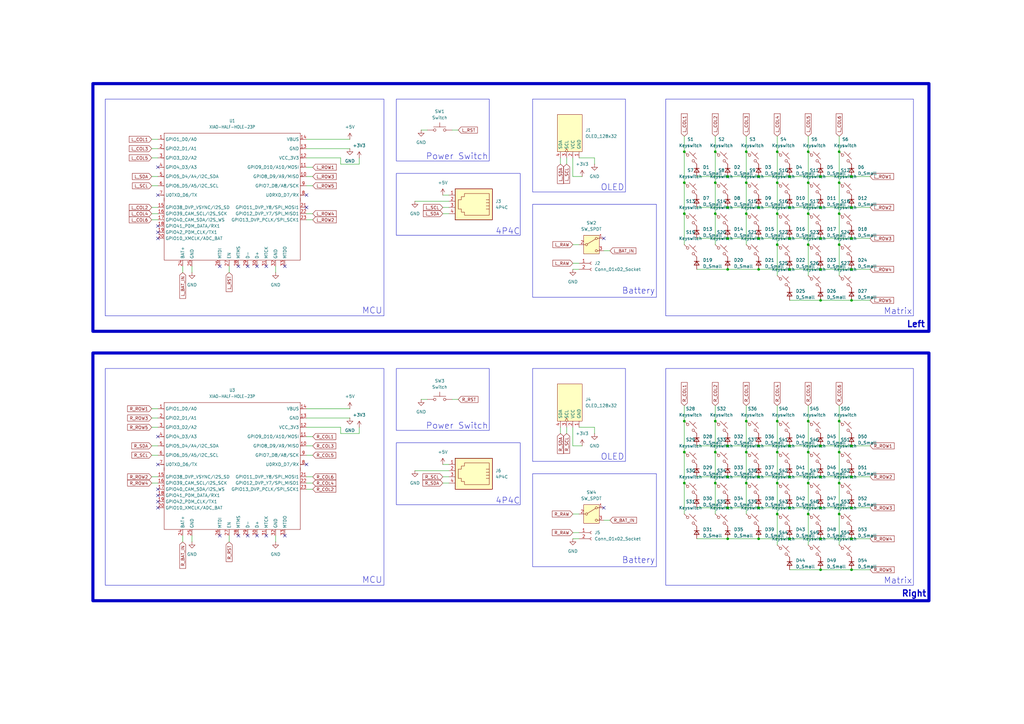
<source format=kicad_sch>
(kicad_sch (version 20250114) (generator "eeschema") (generator_version "9.0")
  (paper "A3")
  (rectangle (start 43.18 40.64) (end 157.48 129.54))
  (rectangle (start 162.56 151.13) (end 200.66 176.53))
  (rectangle (start 162.56 40.64) (end 200.66 66.04))
  (rectangle (start 273.05 40.64) (end 374.65 129.54))
  (rectangle (start 218.44 151.13) (end 256.54 189.23))
  (rectangle (start 162.56 181.61) (end 213.36 207.01))
  (rectangle (start 38.1 34.29) (end 381 135.89) (stroke (width 1.27)))
  (rectangle (start 162.56 71.12) (end 213.36 96.52))
  (rectangle (start 273.05 151.13) (end 374.65 240.03))
  (rectangle (start 43.18 151.13) (end 157.48 240.03))
  (rectangle (start 218.44 40.64) (end 256.54 78.74))
  (rectangle (start 218.44 83.82) (end 269.24 121.92))
  (rectangle (start 38.1 144.78) (end 381 246.38) (stroke (width 1.27)))
  (rectangle (start 218.44 194.31) (end 269.24 232.41))
  (text "Power Switch" (at 187.452 64.262 0) (effects (font (size 2.54 2.54))))
  (text "Left" (at 375.666 133.096 0) (effects (font (size 2.54 2.54) (thickness 0.508) (bold yes))))
  (text "Battery" (at 261.874 229.87 0) (effects (font (size 2.54 2.54))))
  (text "Matrix" (at 368.3 127.762 0) (effects (font (size 2.54 2.54))))
  (text "4P4C" (at 208.28 205.486 0) (effects (font (size 2.54 2.54))))
  (text "Right" (at 374.904 243.586 0) (effects (font (size 2.54 2.54) (thickness 0.508) (bold yes))))
  (text "Battery" (at 261.874 119.38 0) (effects (font (size 2.54 2.54))))
  (text "Power Switch" (at 187.452 174.752 0) (effects (font (size 2.54 2.54))))
  (text "MCU" (at 152.654 127.508 0) (effects (font (size 2.54 2.54))))
  (text "OLED" (at 251.206 76.962 0) (effects (font (size 2.54 2.54))))
  (text "OLED" (at 251.206 187.452 0) (effects (font (size 2.54 2.54))))
  (text "MCU" (at 152.654 237.998 0) (effects (font (size 2.54 2.54))))
  (text "Matrix" (at 368.3 238.252 0) (effects (font (size 2.54 2.54))))
  (text "4P4C" (at 208.28 94.996 0) (effects (font (size 2.54 2.54))))
  (junction (at 293.37 74.93))
  (junction (at 331.47 100.33))
  (junction (at 318.77 210.82))
  (junction (at 349.25 182.88))
  (junction (at 344.17 100.33))
  (junction (at 344.17 172.72))
  (junction (at 344.17 185.42))
  (junction (at 323.85 208.28))
  (junction (at 331.47 210.82))
  (junction (at 344.17 62.23))
  (junction (at 306.07 172.72))
  (junction (at 336.55 72.39))
  (junction (at 306.07 87.63))
  (junction (at 318.77 185.42))
  (junction (at 349.25 208.28))
  (junction (at 280.67 185.42))
  (junction (at 298.45 208.28))
  (junction (at 293.37 87.63))
  (junction (at 336.55 97.79))
  (junction (at 344.17 210.82))
  (junction (at 336.55 110.49))
  (junction (at 336.55 85.09))
  (junction (at 298.45 97.79))
  (junction (at 336.55 182.88))
  (junction (at 293.37 198.12))
  (junction (at 331.47 198.12))
  (junction (at 331.47 62.23))
  (junction (at 318.77 87.63))
  (junction (at 280.67 198.12))
  (junction (at 311.15 72.39))
  (junction (at 323.85 85.09))
  (junction (at 280.67 87.63))
  (junction (at 336.55 208.28))
  (junction (at 349.25 110.49))
  (junction (at 318.77 74.93))
  (junction (at 323.85 97.79))
  (junction (at 318.77 198.12))
  (junction (at 298.45 85.09))
  (junction (at 311.15 110.49))
  (junction (at 349.25 85.09))
  (junction (at 311.15 182.88))
  (junction (at 306.07 198.12))
  (junction (at 336.55 220.98))
  (junction (at 318.77 62.23))
  (junction (at 298.45 220.98))
  (junction (at 344.17 87.63))
  (junction (at 349.25 123.19))
  (junction (at 306.07 62.23))
  (junction (at 293.37 172.72))
  (junction (at 344.17 198.12))
  (junction (at 323.85 182.88))
  (junction (at 349.25 220.98))
  (junction (at 298.45 110.49))
  (junction (at 323.85 220.98))
  (junction (at 331.47 87.63))
  (junction (at 331.47 185.42))
  (junction (at 311.15 97.79))
  (junction (at 336.55 233.68))
  (junction (at 323.85 195.58))
  (junction (at 280.67 74.93))
  (junction (at 349.25 195.58))
  (junction (at 318.77 100.33))
  (junction (at 293.37 62.23))
  (junction (at 318.77 172.72))
  (junction (at 349.25 72.39))
  (junction (at 336.55 123.19))
  (junction (at 298.45 182.88))
  (junction (at 311.15 208.28))
  (junction (at 344.17 74.93))
  (junction (at 280.67 62.23))
  (junction (at 298.45 195.58))
  (junction (at 306.07 185.42))
  (junction (at 331.47 74.93))
  (junction (at 280.67 172.72))
  (junction (at 336.55 195.58))
  (junction (at 349.25 233.68))
  (junction (at 311.15 220.98))
  (junction (at 331.47 172.72))
  (junction (at 306.07 74.93))
  (junction (at 293.37 185.42))
  (junction (at 298.45 72.39))
  (junction (at 311.15 195.58))
  (junction (at 323.85 72.39))
  (junction (at 311.15 85.09))
  (junction (at 349.25 97.79))
  (junction (at 323.85 110.49))
  (no_connect (at 247.65 208.28))
  (no_connect (at 64.77 203.2))
  (no_connect (at 90.17 219.71))
  (no_connect (at 101.6 109.22))
  (no_connect (at 64.77 80.01))
  (no_connect (at 125.73 85.09))
  (no_connect (at 109.22 109.22))
  (no_connect (at 125.73 80.01))
  (no_connect (at 64.77 92.71))
  (no_connect (at 64.77 179.07))
  (no_connect (at 64.77 200.66))
  (no_connect (at 64.77 208.28))
  (no_connect (at 97.79 219.71))
  (no_connect (at 90.17 109.22))
  (no_connect (at 64.77 205.74))
  (no_connect (at 247.65 97.79))
  (no_connect (at 109.22 219.71))
  (no_connect (at 64.77 68.58))
  (no_connect (at 101.6 219.71))
  (no_connect (at 97.79 109.22))
  (no_connect (at 105.41 109.22))
  (no_connect (at 105.41 219.71))
  (no_connect (at 125.73 190.5))
  (no_connect (at 64.77 95.25))
  (no_connect (at 64.77 97.79))
  (no_connect (at 64.77 190.5))
  (no_connect (at 116.84 109.22))
  (no_connect (at 116.84 219.71))
  (wire (pts (xy 285.75 220.98) (xy 298.45 220.98)))
  (wire (pts (xy 293.37 55.88) (xy 293.37 62.23)))
  (wire (pts (xy 187.96 53.34) (xy 185.42 53.34)))
  (wire (pts (xy 349.25 182.88) (xy 356.87 182.88)))
  (wire (pts (xy 349.25 208.28) (xy 356.87 208.28)))
  (wire (pts (xy 62.23 76.2) (xy 64.77 76.2)))
  (wire (pts (xy 62.23 195.58) (xy 64.77 195.58)))
  (wire (pts (xy 74.93 222.25) (xy 74.93 219.71)))
  (wire (pts (xy 280.67 166.37) (xy 280.67 172.72)))
  (wire (pts (xy 93.98 222.25) (xy 93.98 219.71)))
  (wire (pts (xy 344.17 62.23) (xy 344.17 74.93)))
  (wire (pts (xy 318.77 210.82) (xy 318.77 223.52)))
  (wire (pts (xy 298.45 195.58) (xy 311.15 195.58)))
  (wire (pts (xy 344.17 210.82) (xy 344.17 223.52)))
  (wire (pts (xy 139.7 175.26) (xy 125.73 175.26)))
  (wire (pts (xy 128.27 76.2) (xy 125.73 76.2)))
  (wire (pts (xy 331.47 55.88) (xy 331.47 62.23)))
  (wire (pts (xy 181.61 195.58) (xy 184.15 195.58)))
  (wire (pts (xy 311.15 85.09) (xy 323.85 85.09)))
  (wire (pts (xy 331.47 74.93) (xy 331.47 87.63)))
  (wire (pts (xy 323.85 97.79) (xy 336.55 97.79)))
  (wire (pts (xy 336.55 208.28) (xy 349.25 208.28)))
  (wire (pts (xy 234.95 210.82) (xy 237.49 210.82)))
  (wire (pts (xy 311.15 208.28) (xy 323.85 208.28)))
  (wire (pts (xy 323.85 233.68) (xy 336.55 233.68)))
  (wire (pts (xy 323.85 208.28) (xy 336.55 208.28)))
  (wire (pts (xy 147.32 64.77) (xy 147.32 67.31)))
  (wire (pts (xy 62.23 57.15) (xy 64.77 57.15)))
  (wire (pts (xy 128.27 200.66) (xy 125.73 200.66)))
  (wire (pts (xy 306.07 87.63) (xy 306.07 100.33)))
  (wire (pts (xy 62.23 186.69) (xy 64.77 186.69)))
  (wire (pts (xy 306.07 185.42) (xy 306.07 198.12)))
  (wire (pts (xy 128.27 90.17) (xy 125.73 90.17)))
  (wire (pts (xy 285.75 208.28) (xy 298.45 208.28)))
  (wire (pts (xy 234.95 100.33) (xy 237.49 100.33)))
  (wire (pts (xy 331.47 166.37) (xy 331.47 172.72)))
  (wire (pts (xy 143.51 60.96) (xy 125.73 60.96)))
  (wire (pts (xy 298.45 97.79) (xy 311.15 97.79)))
  (wire (pts (xy 336.55 97.79) (xy 349.25 97.79)))
  (wire (pts (xy 280.67 185.42) (xy 280.67 198.12)))
  (wire (pts (xy 250.19 213.36) (xy 247.65 213.36)))
  (wire (pts (xy 139.7 64.77) (xy 125.73 64.77)))
  (wire (pts (xy 318.77 166.37) (xy 318.77 172.72)))
  (wire (pts (xy 349.25 85.09) (xy 356.87 85.09)))
  (wire (pts (xy 293.37 185.42) (xy 293.37 198.12)))
  (wire (pts (xy 336.55 220.98) (xy 349.25 220.98)))
  (wire (pts (xy 311.15 220.98) (xy 323.85 220.98)))
  (wire (pts (xy 298.45 220.98) (xy 311.15 220.98)))
  (wire (pts (xy 147.32 177.8) (xy 139.7 177.8)))
  (wire (pts (xy 62.23 182.88) (xy 64.77 182.88)))
  (wire (pts (xy 232.41 177.8) (xy 232.41 175.26)))
  (wire (pts (xy 229.87 177.8) (xy 229.87 175.26)))
  (wire (pts (xy 331.47 172.72) (xy 331.47 185.42)))
  (wire (pts (xy 336.55 123.19) (xy 349.25 123.19)))
  (wire (pts (xy 147.32 175.26) (xy 147.32 177.8)))
  (wire (pts (xy 336.55 233.68) (xy 349.25 233.68)))
  (wire (pts (xy 128.27 182.88) (xy 125.73 182.88)))
  (wire (pts (xy 349.25 72.39) (xy 356.87 72.39)))
  (wire (pts (xy 172.72 163.83) (xy 175.26 163.83)))
  (wire (pts (xy 234.95 110.49) (xy 237.49 110.49)))
  (wire (pts (xy 280.67 55.88) (xy 280.67 62.23)))
  (wire (pts (xy 306.07 198.12) (xy 306.07 210.82)))
  (wire (pts (xy 318.77 55.88) (xy 318.77 62.23)))
  (wire (pts (xy 311.15 182.88) (xy 323.85 182.88)))
  (wire (pts (xy 234.95 107.95) (xy 237.49 107.95)))
  (wire (pts (xy 323.85 72.39) (xy 336.55 72.39)))
  (wire (pts (xy 128.27 198.12) (xy 125.73 198.12)))
  (wire (pts (xy 280.67 74.93) (xy 280.67 87.63)))
  (wire (pts (xy 170.18 193.04) (xy 184.15 193.04)))
  (wire (pts (xy 143.51 57.15) (xy 125.73 57.15)))
  (wire (pts (xy 318.77 185.42) (xy 318.77 198.12)))
  (wire (pts (xy 62.23 90.17) (xy 64.77 90.17)))
  (wire (pts (xy 344.17 185.42) (xy 344.17 198.12)))
  (wire (pts (xy 331.47 100.33) (xy 331.47 113.03)))
  (wire (pts (xy 318.77 172.72) (xy 318.77 185.42)))
  (wire (pts (xy 331.47 62.23) (xy 331.47 74.93)))
  (wire (pts (xy 298.45 110.49) (xy 311.15 110.49)))
  (wire (pts (xy 306.07 166.37) (xy 306.07 172.72)))
  (wire (pts (xy 74.93 111.76) (xy 74.93 109.22)))
  (wire (pts (xy 311.15 72.39) (xy 323.85 72.39)))
  (wire (pts (xy 143.51 167.64) (xy 125.73 167.64)))
  (wire (pts (xy 306.07 55.88) (xy 306.07 62.23)))
  (wire (pts (xy 139.7 67.31) (xy 139.7 64.77)))
  (wire (pts (xy 323.85 220.98) (xy 336.55 220.98)))
  (wire (pts (xy 234.95 218.44) (xy 237.49 218.44)))
  (wire (pts (xy 318.77 100.33) (xy 318.77 113.03)))
  (wire (pts (xy 344.17 100.33) (xy 344.17 113.03)))
  (wire (pts (xy 306.07 172.72) (xy 306.07 185.42)))
  (wire (pts (xy 318.77 62.23) (xy 318.77 74.93)))
  (wire (pts (xy 62.23 64.77) (xy 64.77 64.77)))
  (wire (pts (xy 318.77 87.63) (xy 318.77 100.33)))
  (wire (pts (xy 147.32 67.31) (xy 139.7 67.31)))
  (wire (pts (xy 344.17 166.37) (xy 344.17 172.72)))
  (wire (pts (xy 62.23 167.64) (xy 64.77 167.64)))
  (wire (pts (xy 232.41 67.31) (xy 232.41 64.77)))
  (wire (pts (xy 331.47 185.42) (xy 331.47 198.12)))
  (wire (pts (xy 349.25 123.19) (xy 356.87 123.19)))
  (wire (pts (xy 285.75 72.39) (xy 298.45 72.39)))
  (wire (pts (xy 323.85 110.49) (xy 336.55 110.49)))
  (wire (pts (xy 323.85 123.19) (xy 336.55 123.19)))
  (wire (pts (xy 298.45 72.39) (xy 311.15 72.39)))
  (wire (pts (xy 293.37 74.93) (xy 293.37 87.63)))
  (wire (pts (xy 344.17 87.63) (xy 344.17 100.33)))
  (wire (pts (xy 318.77 198.12) (xy 318.77 210.82)))
  (wire (pts (xy 285.75 182.88) (xy 298.45 182.88)))
  (wire (pts (xy 234.95 220.98) (xy 237.49 220.98)))
  (wire (pts (xy 234.95 64.77) (xy 234.95 72.39)))
  (wire (pts (xy 172.72 53.34) (xy 175.26 53.34)))
  (wire (pts (xy 349.25 195.58) (xy 356.87 195.58)))
  (wire (pts (xy 243.84 177.8) (xy 243.84 175.26)))
  (wire (pts (xy 306.07 74.93) (xy 306.07 87.63)))
  (wire (pts (xy 62.23 198.12) (xy 64.77 198.12)))
  (wire (pts (xy 336.55 72.39) (xy 349.25 72.39)))
  (wire (pts (xy 298.45 182.88) (xy 311.15 182.88)))
  (wire (pts (xy 181.61 190.5) (xy 184.15 190.5)))
  (wire (pts (xy 280.67 198.12) (xy 280.67 210.82)))
  (wire (pts (xy 336.55 85.09) (xy 349.25 85.09)))
  (wire (pts (xy 243.84 64.77) (xy 237.49 64.77)))
  (wire (pts (xy 181.61 80.01) (xy 184.15 80.01)))
  (wire (pts (xy 170.18 82.55) (xy 184.15 82.55)))
  (wire (pts (xy 336.55 110.49) (xy 349.25 110.49)))
  (wire (pts (xy 311.15 110.49) (xy 323.85 110.49)))
  (wire (pts (xy 331.47 198.12) (xy 331.47 210.82)))
  (wire (pts (xy 331.47 87.63) (xy 331.47 100.33)))
  (wire (pts (xy 298.45 85.09) (xy 311.15 85.09)))
  (wire (pts (xy 128.27 72.39) (xy 125.73 72.39)))
  (wire (pts (xy 143.51 171.45) (xy 125.73 171.45)))
  (wire (pts (xy 293.37 166.37) (xy 293.37 172.72)))
  (wire (pts (xy 311.15 195.58) (xy 323.85 195.58)))
  (wire (pts (xy 336.55 182.88) (xy 349.25 182.88)))
  (wire (pts (xy 306.07 62.23) (xy 306.07 74.93)))
  (wire (pts (xy 318.77 74.93) (xy 318.77 87.63)))
  (wire (pts (xy 311.15 97.79) (xy 323.85 97.79)))
  (wire (pts (xy 234.95 182.88) (xy 238.76 182.88)))
  (wire (pts (xy 336.55 195.58) (xy 349.25 195.58)))
  (wire (pts (xy 250.19 102.87) (xy 247.65 102.87)))
  (wire (pts (xy 280.67 87.63) (xy 280.67 100.33)))
  (wire (pts (xy 293.37 198.12) (xy 293.37 210.82)))
  (wire (pts (xy 113.03 222.25) (xy 113.03 219.71)))
  (wire (pts (xy 229.87 67.31) (xy 229.87 64.77)))
  (wire (pts (xy 285.75 195.58) (xy 298.45 195.58)))
  (wire (pts (xy 128.27 68.58) (xy 125.73 68.58)))
  (wire (pts (xy 293.37 172.72) (xy 293.37 185.42)))
  (wire (pts (xy 349.25 233.68) (xy 356.87 233.68)))
  (wire (pts (xy 344.17 55.88) (xy 344.17 62.23)))
  (wire (pts (xy 62.23 60.96) (xy 64.77 60.96)))
  (wire (pts (xy 78.74 111.76) (xy 78.74 109.22)))
  (wire (pts (xy 331.47 210.82) (xy 331.47 223.52)))
  (wire (pts (xy 293.37 87.63) (xy 293.37 100.33)))
  (wire (pts (xy 344.17 172.72) (xy 344.17 185.42)))
  (wire (pts (xy 280.67 62.23) (xy 280.67 74.93)))
  (wire (pts (xy 62.23 175.26) (xy 64.77 175.26)))
  (wire (pts (xy 323.85 85.09) (xy 336.55 85.09)))
  (wire (pts (xy 128.27 195.58) (xy 125.73 195.58)))
  (wire (pts (xy 280.67 172.72) (xy 280.67 185.42)))
  (wire (pts (xy 349.25 220.98) (xy 356.87 220.98)))
  (wire (pts (xy 349.25 110.49) (xy 356.87 110.49)))
  (wire (pts (xy 323.85 182.88) (xy 336.55 182.88)))
  (wire (pts (xy 285.75 85.09) (xy 298.45 85.09)))
  (wire (pts (xy 181.61 85.09) (xy 184.15 85.09)))
  (wire (pts (xy 298.45 208.28) (xy 311.15 208.28)))
  (wire (pts (xy 62.23 87.63) (xy 64.77 87.63)))
  (wire (pts (xy 181.61 198.12) (xy 184.15 198.12)))
  (wire (pts (xy 78.74 222.25) (xy 78.74 219.71)))
  (wire (pts (xy 128.27 186.69) (xy 125.73 186.69)))
  (wire (pts (xy 293.37 62.23) (xy 293.37 74.93)))
  (wire (pts (xy 62.23 85.09) (xy 64.77 85.09)))
  (wire (pts (xy 128.27 179.07) (xy 125.73 179.07)))
  (wire (pts (xy 243.84 175.26) (xy 237.49 175.26)))
  (wire (pts (xy 62.23 171.45) (xy 64.77 171.45)))
  (wire (pts (xy 285.75 97.79) (xy 298.45 97.79)))
  (wire (pts (xy 285.75 110.49) (xy 298.45 110.49)))
  (wire (pts (xy 62.23 72.39) (xy 64.77 72.39)))
  (wire (pts (xy 139.7 177.8) (xy 139.7 175.26)))
  (wire (pts (xy 344.17 74.93) (xy 344.17 87.63)))
  (wire (pts (xy 323.85 195.58) (xy 336.55 195.58)))
  (wire (pts (xy 234.95 175.26) (xy 234.95 182.88)))
  (wire (pts (xy 349.25 97.79) (xy 356.87 97.79)))
  (wire (pts (xy 234.95 72.39) (xy 238.76 72.39)))
  (wire (pts (xy 243.84 67.31) (xy 243.84 64.77)))
  (wire (pts (xy 187.96 163.83) (xy 185.42 163.83)))
  (wire (pts (xy 181.61 87.63) (xy 184.15 87.63)))
  (wire (pts (xy 93.98 111.76) (xy 93.98 109.22)))
  (wire (pts (xy 344.17 198.12) (xy 344.17 210.82)))
  (wire (pts (xy 113.03 111.76) (xy 113.03 109.22)))
  (wire (pts (xy 128.27 87.63) (xy 125.73 87.63)))
  (global_label "L_COL4" (shape input) (at 318.77 55.88 90) (property "Intersheetrefs" "${INTERSHEET_REFS}" (effects (hide yes))))
  (global_label "R_SDA" (shape input) (at 62.23 182.88 180) (property "Intersheetrefs" "${INTERSHEET_REFS}" (effects (hide yes))))
  (global_label "L_ROW1" (shape input) (at 356.87 72.39 0) (property "Intersheetrefs" "${INTERSHEET_REFS}" (effects (hide yes))))
  (global_label "R_COL6" (shape input) (at 128.27 195.58 0) (property "Intersheetrefs" "${INTERSHEET_REFS}" (effects (hide yes))))
  (global_label "R_COL1" (shape input) (at 280.67 166.37 90) (property "Intersheetrefs" "${INTERSHEET_REFS}" (effects (hide yes))))
  (global_label "L_ROW4" (shape input) (at 128.27 87.63 0) (property "Intersheetrefs" "${INTERSHEET_REFS}" (effects (hide yes))))
  (global_label "R_SDA" (shape input) (at 229.87 177.8 270) (property "Intersheetrefs" "${INTERSHEET_REFS}" (effects (hide yes))))
  (global_label "L_BAT_IN" (shape input) (at 250.19 102.87 0) (property "Intersheetrefs" "${INTERSHEET_REFS}" (effects (hide yes))))
  (global_label "L_SDA" (shape input) (at 229.87 67.31 270) (property "Intersheetrefs" "${INTERSHEET_REFS}" (effects (hide yes))))
  (global_label "R_BAT_IN" (shape input) (at 74.93 222.25 270) (property "Intersheetrefs" "${INTERSHEET_REFS}" (effects (hide yes))))
  (global_label "R_COL5" (shape input) (at 331.47 166.37 90) (property "Intersheetrefs" "${INTERSHEET_REFS}" (effects (hide yes))))
  (global_label "L_ROW2" (shape input) (at 128.27 90.17 0) (property "Intersheetrefs" "${INTERSHEET_REFS}" (effects (hide yes))))
  (global_label "L_COL5" (shape input) (at 62.23 64.77 180) (property "Intersheetrefs" "${INTERSHEET_REFS}" (effects (hide yes))))
  (global_label "R_COL3" (shape input) (at 128.27 182.88 0) (property "Intersheetrefs" "${INTERSHEET_REFS}" (effects (hide yes))))
  (global_label "R_COL2" (shape input) (at 293.37 166.37 90) (property "Intersheetrefs" "${INTERSHEET_REFS}" (effects (hide yes))))
  (global_label "R_ROW2" (shape input) (at 62.23 195.58 180) (property "Intersheetrefs" "${INTERSHEET_REFS}" (effects (hide yes))))
  (global_label "R_ROW1" (shape input) (at 356.87 182.88 0) (property "Intersheetrefs" "${INTERSHEET_REFS}" (effects (hide yes))))
  (global_label "L_COL1" (shape input) (at 62.23 57.15 180) (property "Intersheetrefs" "${INTERSHEET_REFS}" (effects (hide yes))))
  (global_label "R_RAW" (shape input) (at 234.95 210.82 180) (property "Intersheetrefs" "${INTERSHEET_REFS}" (effects (hide yes))))
  (global_label "L_SCL" (shape input) (at 232.41 67.31 270) (property "Intersheetrefs" "${INTERSHEET_REFS}" (effects (hide yes))))
  (global_label "L_COL3" (shape input) (at 62.23 60.96 180) (property "Intersheetrefs" "${INTERSHEET_REFS}" (effects (hide yes))))
  (global_label "R_COL5" (shape input) (at 128.27 186.69 0) (property "Intersheetrefs" "${INTERSHEET_REFS}" (effects (hide yes))))
  (global_label "R_COL2" (shape input) (at 128.27 200.66 0) (property "Intersheetrefs" "${INTERSHEET_REFS}" (effects (hide yes))))
  (global_label "L_SDA" (shape input) (at 181.61 87.63 180) (property "Intersheetrefs" "${INTERSHEET_REFS}" (effects (hide yes))))
  (global_label "R_SCL" (shape input) (at 232.41 177.8 270) (property "Intersheetrefs" "${INTERSHEET_REFS}" (effects (hide yes))))
  (global_label "R_ROW4" (shape input) (at 62.23 198.12 180) (property "Intersheetrefs" "${INTERSHEET_REFS}" (effects (hide yes))))
  (global_label "L_RST" (shape input) (at 187.96 53.34 0) (property "Intersheetrefs" "${INTERSHEET_REFS}" (effects (hide yes))))
  (global_label "L_SCL" (shape input) (at 62.23 76.2 180) (property "Intersheetrefs" "${INTERSHEET_REFS}" (effects (hide yes))))
  (global_label "L_COL2" (shape input) (at 293.37 55.88 90) (property "Intersheetrefs" "${INTERSHEET_REFS}" (effects (hide yes))))
  (global_label "L_COL1" (shape input) (at 280.67 55.88 90) (property "Intersheetrefs" "${INTERSHEET_REFS}" (effects (hide yes))))
  (global_label "R_ROW3" (shape input) (at 356.87 208.28 0) (property "Intersheetrefs" "${INTERSHEET_REFS}" (effects (hide yes))))
  (global_label "L_COL4" (shape input) (at 62.23 87.63 180) (property "Intersheetrefs" "${INTERSHEET_REFS}" (effects (hide yes))))
  (global_label "L_ROW4" (shape input) (at 356.87 110.49 0) (property "Intersheetrefs" "${INTERSHEET_REFS}" (effects (hide yes))))
  (global_label "R_COL4" (shape input) (at 318.77 166.37 90) (property "Intersheetrefs" "${INTERSHEET_REFS}" (effects (hide yes))))
  (global_label "R_BAT_IN" (shape input) (at 250.19 213.36 0) (property "Intersheetrefs" "${INTERSHEET_REFS}" (effects (hide yes))))
  (global_label "R_ROW3" (shape input) (at 62.23 171.45 180) (property "Intersheetrefs" "${INTERSHEET_REFS}" (effects (hide yes))))
  (global_label "L_SCL" (shape input) (at 181.61 85.09 180) (property "Intersheetrefs" "${INTERSHEET_REFS}" (effects (hide yes))))
  (global_label "L_ROW1" (shape input) (at 128.27 68.58 0) (property "Intersheetrefs" "${INTERSHEET_REFS}" (effects (hide yes))))
  (global_label "R_SDA" (shape input) (at 181.61 198.12 180) (property "Intersheetrefs" "${INTERSHEET_REFS}" (effects (hide yes))))
  (global_label "L_COL3" (shape input) (at 306.07 55.88 90) (property "Intersheetrefs" "${INTERSHEET_REFS}" (effects (hide yes))))
  (global_label "L_COL6" (shape input) (at 344.17 55.88 90) (property "Intersheetrefs" "${INTERSHEET_REFS}" (effects (hide yes))))
  (global_label "L_ROW3" (shape input) (at 356.87 97.79 0) (property "Intersheetrefs" "${INTERSHEET_REFS}" (effects (hide yes))))
  (global_label "R_RST" (shape input) (at 187.96 163.83 0) (property "Intersheetrefs" "${INTERSHEET_REFS}" (effects (hide yes))))
  (global_label "R_RAW" (shape input) (at 234.95 218.44 180) (property "Intersheetrefs" "${INTERSHEET_REFS}" (effects (hide yes))))
  (global_label "R_RST" (shape input) (at 93.98 222.25 270) (property "Intersheetrefs" "${INTERSHEET_REFS}" (effects (hide yes))))
  (global_label "L_RST" (shape input) (at 93.98 111.76 270) (property "Intersheetrefs" "${INTERSHEET_REFS}" (effects (hide yes))))
  (global_label "R_COL3" (shape input) (at 306.07 166.37 90) (property "Intersheetrefs" "${INTERSHEET_REFS}" (effects (hide yes))))
  (global_label "R_SCL" (shape input) (at 181.61 195.58 180) (property "Intersheetrefs" "${INTERSHEET_REFS}" (effects (hide yes))))
  (global_label "R_ROW5" (shape input) (at 62.23 175.26 180) (property "Intersheetrefs" "${INTERSHEET_REFS}" (effects (hide yes))))
  (global_label "R_ROW4" (shape input) (at 356.87 220.98 0) (property "Intersheetrefs" "${INTERSHEET_REFS}" (effects (hide yes))))
  (global_label "L_ROW5" (shape input) (at 128.27 76.2 0) (property "Intersheetrefs" "${INTERSHEET_REFS}" (effects (hide yes))))
  (global_label "L_SDA" (shape input) (at 62.23 72.39 180) (property "Intersheetrefs" "${INTERSHEET_REFS}" (effects (hide yes))))
  (global_label "L_ROW5" (shape input) (at 356.87 123.19 0) (property "Intersheetrefs" "${INTERSHEET_REFS}" (effects (hide yes))))
  (global_label "L_ROW2" (shape input) (at 356.87 85.09 0) (property "Intersheetrefs" "${INTERSHEET_REFS}" (effects (hide yes))))
  (global_label "R_ROW5" (shape input) (at 356.87 233.68 0) (property "Intersheetrefs" "${INTERSHEET_REFS}" (effects (hide yes))))
  (global_label "L_ROW3" (shape input) (at 128.27 72.39 0) (property "Intersheetrefs" "${INTERSHEET_REFS}" (effects (hide yes))))
  (global_label "R_ROW2" (shape input) (at 356.87 195.58 0) (property "Intersheetrefs" "${INTERSHEET_REFS}" (effects (hide yes))))
  (global_label "L_COL6" (shape input) (at 62.23 90.17 180) (property "Intersheetrefs" "${INTERSHEET_REFS}" (effects (hide yes))))
  (global_label "R_COL4" (shape input) (at 128.27 198.12 0) (property "Intersheetrefs" "${INTERSHEET_REFS}" (effects (hide yes))))
  (global_label "L_BAT_IN" (shape input) (at 74.93 111.76 270) (property "Intersheetrefs" "${INTERSHEET_REFS}" (effects (hide yes))))
  (global_label "L_RAW" (shape input) (at 234.95 107.95 180) (property "Intersheetrefs" "${INTERSHEET_REFS}" (effects (hide yes))))
  (global_label "L_COL5" (shape input) (at 331.47 55.88 90) (property "Intersheetrefs" "${INTERSHEET_REFS}" (effects (hide yes))))
  (global_label "R_SCL" (shape input) (at 62.23 186.69 180) (property "Intersheetrefs" "${INTERSHEET_REFS}" (effects (hide yes))))
  (global_label "L_RAW" (shape input) (at 234.95 100.33 180) (property "Intersheetrefs" "${INTERSHEET_REFS}" (effects (hide yes))))
  (global_label "R_COL6" (shape input) (at 344.17 166.37 90) (property "Intersheetrefs" "${INTERSHEET_REFS}" (effects (hide yes))))
  (global_label "R_ROW1" (shape input) (at 62.23 167.64 180) (property "Intersheetrefs" "${INTERSHEET_REFS}" (effects (hide yes))))
  (global_label "L_COL2" (shape input) (at 62.23 85.09 180) (property "Intersheetrefs" "${INTERSHEET_REFS}" (effects (hide yes))))
  (global_label "R_COL1" (shape input) (at 128.27 179.07 0) (property "Intersheetrefs" "${INTERSHEET_REFS}" (effects (hide yes))))
  (symbol (lib_id "ScottoKeebs:Placeholder_Keyswitch") (at 321.31 187.96 0) (unit 1)
    (property "Reference" "S41" (at 321.31 180.34 0))
    (property "Value" "Keyswitch" (at 321.31 182.88 0))
    (property "Footprint" "ScottoKeebs_Hotswap:Hotswap_MX" (effects (hide yes)))
    (property "Description" "Push button switch, normally open, two pins, 45° tilted" (effects (hide yes)))
  )
  (symbol (lib_id "ScottoKeebs:Placeholder_Keyswitch") (at 283.21 175.26 0) (unit 1)
    (property "Reference" "S28" (at 283.21 167.64 0))
    (property "Value" "Keyswitch" (at 283.21 170.18 0))
    (property "Footprint" "ScottoKeebs_Hotswap:Hotswap_MX" (effects (hide yes)))
    (property "Description" "Push button switch, normally open, two pins, 45° tilted" (effects (hide yes)))
  )
  (symbol (lib_id "ScottoKeebs:Placeholder_Keyswitch") (at 346.71 102.87 0) (unit 1)
    (property "Reference" "S24" (at 346.71 95.25 0))
    (property "Value" "Keyswitch" (at 346.71 97.79 0))
    (property "Footprint" "ScottoKeebs_Hotswap:Hotswap_MX" (effects (hide yes)))
    (property "Description" "Push button switch, normally open, two pins, 45° tilted" (effects (hide yes)))
  )
  (symbol (lib_id "Device:D_Small") (at 298.45 82.55 270) (unit 1)
    (property "Reference" "D8" (at 300.99 81.2799 90) (effects (justify left)))
    (property "Value" "D_Small" (at 300.99 83.8199 90) (effects (justify left)))
    (property "Footprint" "chinh4thepro:ComboDiode" (effects (hide yes)))
    (property "Description" "Diode, small symbol" (effects (hide yes)))
    (property "Sim.Device" "D" (effects (hide yes)))
    (property "Sim.Pins" "1=K 2=A" (effects (hide yes)))
  )
  (symbol (lib_id "ScottoKeebs:Placeholder_Keyswitch") (at 308.61 187.96 0) (unit 1)
    (property "Reference" "S37" (at 308.61 180.34 0))
    (property "Value" "Keyswitch" (at 308.61 182.88 0))
    (property "Footprint" "ScottoKeebs_Hotswap:Hotswap_MX" (effects (hide yes)))
    (property "Description" "Push button switch, normally open, two pins, 45° tilted" (effects (hide yes)))
  )
  (symbol (lib_id "power:GND") (at 143.51 171.45 0) (unit 1)
    (property "Reference" "#PWR020" (effects (hide yes)))
    (property "Value" "GND" (at 143.51 176.53 0))
    (property "Description" "Power symbol creates a global label with name \"GND\" , ground" (effects (hide yes)))
  )
  (symbol (lib_id "Device:D_Small") (at 349.25 205.74 270) (unit 1)
    (property "Reference" "D52" (at 351.79 204.4699 90) (effects (justify left)))
    (property "Value" "D_Small" (at 351.79 207.0099 90) (effects (justify left)))
    (property "Footprint" "chinh4thepro:ComboDiode" (effects (hide yes)))
    (property "Description" "Diode, small symbol" (effects (hide yes)))
    (property "Sim.Device" "D" (effects (hide yes)))
    (property "Sim.Pins" "1=K 2=A" (effects (hide yes)))
  )
  (symbol (lib_id "Device:D_Small") (at 323.85 82.55 270) (unit 1)
    (property "Reference" "D10" (at 326.39 81.2799 90) (effects (justify left)))
    (property "Value" "D_Small" (at 326.39 83.8199 90) (effects (justify left)))
    (property "Footprint" "chinh4thepro:ComboDiode" (effects (hide yes)))
    (property "Description" "Diode, small symbol" (effects (hide yes)))
    (property "Sim.Device" "D" (effects (hide yes)))
    (property "Sim.Pins" "1=K 2=A" (effects (hide yes)))
  )
  (symbol (lib_id "Device:D_Small") (at 298.45 69.85 270) (unit 1)
    (property "Reference" "D2" (at 300.99 68.5799 90) (effects (justify left)))
    (property "Value" "D_Small" (at 300.99 71.1199 90) (effects (justify left)))
    (property "Footprint" "chinh4thepro:ComboDiode" (effects (hide yes)))
    (property "Description" "Diode, small symbol" (effects (hide yes)))
    (property "Sim.Device" "D" (effects (hide yes)))
    (property "Sim.Pins" "1=K 2=A" (effects (hide yes)))
  )
  (symbol (lib_id "Device:D_Small") (at 336.55 205.74 270) (unit 1)
    (property "Reference" "D47" (at 339.09 204.4699 90) (effects (justify left)))
    (property "Value" "D_Small" (at 339.09 207.0099 90) (effects (justify left)))
    (property "Footprint" "chinh4thepro:ComboDiode" (effects (hide yes)))
    (property "Description" "Diode, small symbol" (effects (hide yes)))
    (property "Sim.Device" "D" (effects (hide yes)))
    (property "Sim.Pins" "1=K 2=A" (effects (hide yes)))
  )
  (symbol (lib_id "Device:D_Small") (at 311.15 193.04 270) (unit 1)
    (property "Reference" "D37" (at 313.69 191.7699 90) (effects (justify left)))
    (property "Value" "D_Small" (at 313.69 194.3099 90) (effects (justify left)))
    (property "Footprint" "chinh4thepro:ComboDiode" (effects (hide yes)))
    (property "Description" "Diode, small symbol" (effects (hide yes)))
    (property "Sim.Device" "D" (effects (hide yes)))
    (property "Sim.Pins" "1=K 2=A" (effects (hide yes)))
  )
  (symbol (lib_id "Device:D_Small") (at 349.25 107.95 270) (unit 1)
    (property "Reference" "D24" (at 351.79 106.6799 90) (effects (justify left)))
    (property "Value" "D_Small" (at 351.79 109.2199 90) (effects (justify left)))
    (property "Footprint" "chinh4thepro:ComboDiode" (effects (hide yes)))
    (property "Description" "Diode, small symbol" (effects (hide yes)))
    (property "Sim.Device" "D" (effects (hide yes)))
    (property "Sim.Pins" "1=K 2=A" (effects (hide yes)))
  )
  (symbol (lib_id "ScottoKeebs:Placeholder_Keyswitch") (at 283.21 187.96 0) (unit 1)
    (property "Reference" "S29" (at 283.21 180.34 0))
    (property "Value" "Keyswitch" (at 283.21 182.88 0))
    (property "Footprint" "ScottoKeebs_Hotswap:Hotswap_MX" (effects (hide yes)))
    (property "Description" "Push button switch, normally open, two pins, 45° tilted" (effects (hide yes)))
  )
  (symbol (lib_id "Device:D_Small") (at 311.15 107.95 270) (unit 1)
    (property "Reference" "D21" (at 313.69 106.6799 90) (effects (justify left)))
    (property "Value" "D_Small" (at 313.69 109.2199 90) (effects (justify left)))
    (property "Footprint" "chinh4thepro:ComboDiode" (effects (hide yes)))
    (property "Description" "Diode, small symbol" (effects (hide yes)))
    (property "Sim.Device" "D" (effects (hide yes)))
    (property "Sim.Pins" "1=K 2=A" (effects (hide yes)))
  )
  (symbol (lib_id "ScottoKeebs:Placeholder_Keyswitch") (at 295.91 200.66 0) (unit 1)
    (property "Reference" "S34" (at 295.91 193.04 0))
    (property "Value" "Keyswitch" (at 295.91 195.58 0))
    (property "Footprint" "ScottoKeebs_Hotswap:Hotswap_MX" (effects (hide yes)))
    (property "Description" "Push button switch, normally open, two pins, 45° tilted" (effects (hide yes)))
  )
  (symbol (lib_id "power:GND") (at 170.18 82.55 0) (unit 1)
    (property "Reference" "#PWR010" (effects (hide yes)))
    (property "Value" "GND" (at 170.18 87.63 0))
    (property "Description" "Power symbol creates a global label with name \"GND\" , ground" (effects (hide yes)))
  )
  (symbol (lib_id "ScottoKeebs:Placeholder_Keyswitch") (at 321.31 64.77 0) (unit 1)
    (property "Reference" "S4" (at 321.31 57.15 0))
    (property "Value" "Keyswitch" (at 321.31 59.69 0))
    (property "Footprint" "ScottoKeebs_Hotswap:Hotswap_MX" (effects (hide yes)))
    (property "Description" "Push button switch, normally open, two pins, 45° tilted" (effects (hide yes)))
  )
  (symbol (lib_id "Device:D_Small") (at 298.45 107.95 270) (unit 1)
    (property "Reference" "D20" (at 300.99 106.6799 90) (effects (justify left)))
    (property "Value" "D_Small" (at 300.99 109.2199 90) (effects (justify left)))
    (property "Footprint" "chinh4thepro:ComboDiode" (effects (hide yes)))
    (property "Description" "Diode, small symbol" (effects (hide yes)))
    (property "Sim.Device" "D" (effects (hide yes)))
    (property "Sim.Pins" "1=K 2=A" (effects (hide yes)))
  )
  (symbol (lib_id "ScottoKeebs:Placeholder_Keyswitch") (at 321.31 77.47 0) (unit 1)
    (property "Reference" "S10" (at 321.31 69.85 0))
    (property "Value" "Keyswitch" (at 321.31 72.39 0))
    (property "Footprint" "ScottoKeebs_Hotswap:Hotswap_MX" (effects (hide yes)))
    (property "Description" "Push button switch, normally open, two pins, 45° tilted" (effects (hide yes)))
  )
  (symbol (lib_id "Device:D_Small") (at 311.15 205.74 270) (unit 1)
    (property "Reference" "D38" (at 313.69 204.4699 90) (effects (justify left)))
    (property "Value" "D_Small" (at 313.69 207.0099 90) (effects (justify left)))
    (property "Footprint" "chinh4thepro:ComboDiode" (effects (hide yes)))
    (property "Description" "Diode, small symbol" (effects (hide yes)))
    (property "Sim.Device" "D" (effects (hide yes)))
    (property "Sim.Pins" "1=K 2=A" (effects (hide yes)))
  )
  (symbol (lib_id "Device:D_Small") (at 336.55 82.55 270) (unit 1)
    (property "Reference" "D11" (at 339.09 81.2799 90) (effects (justify left)))
    (property "Value" "D_Small" (at 339.09 83.8199 90) (effects (justify left)))
    (property "Footprint" "chinh4thepro:ComboDiode" (effects (hide yes)))
    (property "Description" "Diode, small symbol" (effects (hide yes)))
    (property "Sim.Device" "D" (effects (hide yes)))
    (property "Sim.Pins" "1=K 2=A" (effects (hide yes)))
  )
  (symbol (lib_id "Device:D_Small") (at 336.55 120.65 270) (unit 1)
    (property "Reference" "D26" (at 339.09 119.3799 90) (effects (justify left)))
    (property "Value" "D_Small" (at 339.09 121.9199 90) (effects (justify left)))
    (property "Footprint" "chinh4thepro:ComboDiode" (effects (hide yes)))
    (property "Description" "Diode, small symbol" (effects (hide yes)))
    (property "Sim.Device" "D" (effects (hide yes)))
    (property "Sim.Pins" "1=K 2=A" (effects (hide yes)))
  )
  (symbol (lib_id "Device:D_Small") (at 336.55 231.14 270) (unit 1)
    (property "Reference" "D49" (at 339.09 229.8699 90) (effects (justify left)))
    (property "Value" "D_Small" (at 339.09 232.4099 90) (effects (justify left)))
    (property "Footprint" "chinh4thepro:ComboDiode" (effects (hide yes)))
    (property "Description" "Diode, small symbol" (effects (hide yes)))
    (property "Sim.Device" "D" (effects (hide yes)))
    (property "Sim.Pins" "1=K 2=A" (effects (hide yes)))
  )
  (symbol (lib_id "MOUDLE-SEEEDUINO-XIAO-ESP32S3-Plus:Module/XIAO-HALF-HOLE-23P") (at 88.9 179.07 0) (unit 1)
    (property "Reference" "U3" (at 95.25 160.02 0) (effects (font (size 1.27 1.0795))))
    (property "Value" "XIAO-HALF-HOLE-23P" (at 95.25 162.56 0) (effects (font (size 1.27 1.0795))))
    (property "Footprint" "chinh4thepro:Xiao_ESP32S3_Plus.kicad_sym" (effects (hide yes)))
    (property "Description" "XIAO-HALF-HOLE-23P" (effects (hide yes)))
    (property "SKU" "XIAO-HALF-HOLE-23P" (effects (hide yes)))
  )
  (symbol (lib_id "Device:D_Small") (at 336.55 180.34 270) (unit 1)
    (property "Reference" "D45" (at 339.09 179.0699 90) (effects (justify left)))
    (property "Value" "D_Small" (at 339.09 181.6099 90) (effects (justify left)))
    (property "Footprint" "chinh4thepro:ComboDiode" (effects (hide yes)))
    (property "Description" "Diode, small symbol" (effects (hide yes)))
    (property "Sim.Device" "D" (effects (hide yes)))
    (property "Sim.Pins" "1=K 2=A" (effects (hide yes)))
  )
  (symbol (lib_id "ScottoKeebs:Placeholder_Keyswitch") (at 334.01 187.96 0) (unit 1)
    (property "Reference" "S46" (at 334.01 180.34 0))
    (property "Value" "Keyswitch" (at 334.01 182.88 0))
    (property "Footprint" "ScottoKeebs_Hotswap:Hotswap_MX" (effects (hide yes)))
    (property "Description" "Push button switch, normally open, two pins, 45° tilted" (effects (hide yes)))
  )
  (symbol (lib_id "power:GND") (at 243.84 177.8 0) (unit 1)
    (property "Reference" "#PWR027" (effects (hide yes)))
    (property "Value" "GND" (at 243.84 182.88 0))
    (property "Description" "Power symbol creates a global label with name \"GND\" , ground" (effects (hide yes)))
  )
  (symbol (lib_id "power:+5V") (at 181.61 80.01 0) (unit 1)
    (property "Reference" "#PWR011" (effects (hide yes)))
    (property "Value" "+5V" (at 181.61 74.93 0))
    (property "Description" "Power symbol creates a global label with name \"+5V\"" (effects (hide yes)))
  )
  (symbol (lib_id "ScottoKeebs:Placeholder_Keyswitch") (at 295.91 213.36 0) (unit 1)
    (property "Reference" "S35" (at 295.91 205.74 0))
    (property "Value" "Keyswitch" (at 295.91 208.28 0))
    (property "Footprint" "ScottoKeebs_Hotswap:Hotswap_MX" (effects (hide yes)))
    (property "Description" "Push button switch, normally open, two pins, 45° tilted" (effects (hide yes)))
  )
  (symbol (lib_id "power:+3V3") (at 238.76 72.39 0) (unit 1)
    (property "Reference" "#PWR07" (effects (hide yes)))
    (property "Value" "+3V3" (at 238.76 67.31 0))
    (property "Description" "Power symbol creates a global label with name \"+3V3\"" (effects (hide yes)))
  )
  (symbol (lib_id "Device:D_Small") (at 349.25 82.55 270) (unit 1)
    (property "Reference" "D12" (at 351.79 81.2799 90) (effects (justify left)))
    (property "Value" "D_Small" (at 351.79 83.8199 90) (effects (justify left)))
    (property "Footprint" "chinh4thepro:ComboDiode" (effects (hide yes)))
    (property "Description" "Diode, small symbol" (effects (hide yes)))
    (property "Sim.Device" "D" (effects (hide yes)))
    (property "Sim.Pins" "1=K 2=A" (effects (hide yes)))
  )
  (symbol (lib_id "power:GND") (at 113.03 111.76 0) (unit 1)
    (property "Reference" "#PWR013" (effects (hide yes)))
    (property "Value" "GND" (at 113.03 116.84 0))
    (property "Description" "Power symbol creates a global label with name \"GND\" , ground" (effects (hide yes)))
  )
  (symbol (lib_id "Device:D_Small") (at 349.25 180.34 270) (unit 1)
    (property "Reference" "D50" (at 351.79 179.0699 90) (effects (justify left)))
    (property "Value" "D_Small" (at 351.79 181.6099 90) (effects (justify left)))
    (property "Footprint" "chinh4thepro:ComboDiode" (effects (hide yes)))
    (property "Description" "Diode, small symbol" (effects (hide yes)))
    (property "Sim.Device" "D" (effects (hide yes)))
    (property "Sim.Pins" "1=K 2=A" (effects (hide yes)))
  )
  (symbol (lib_id "power:+3V3") (at 147.32 175.26 0) (unit 1)
    (property "Reference" "#PWR021" (effects (hide yes)))
    (property "Value" "+3V3" (at 147.32 170.18 0))
    (property "Description" "Power symbol creates a global label with name \"+3V3\"" (effects (hide yes)))
  )
  (symbol (lib_id "ScottoKeebs:Placeholder_Keyswitch") (at 346.71 77.47 0) (unit 1)
    (property "Reference" "S12" (at 346.71 69.85 0))
    (property "Value" "Keyswitch" (at 346.71 72.39 0))
    (property "Footprint" "ScottoKeebs_Hotswap:Hotswap_MX" (effects (hide yes)))
    (property "Description" "Push button switch, normally open, two pins, 45° tilted" (effects (hide yes)))
  )
  (symbol (lib_id "ScottoKeebs:Placeholder_Keyswitch") (at 321.31 226.06 0) (unit 1)
    (property "Reference" "S44" (at 321.31 218.44 0))
    (property "Value" "Keyswitch" (at 321.31 220.98 0))
    (property "Footprint" "ScottoKeebs_Hotswap:Hotswap_MX" (effects (hide yes)))
    (property "Description" "Push button switch, normally open, two pins, 45° tilted" (effects (hide yes)))
  )
  (symbol (lib_id "ScottoKeebs:Placeholder_Keyswitch") (at 334.01 90.17 0) (unit 1)
    (property "Reference" "S17" (at 334.01 82.55 0))
    (property "Value" "Keyswitch" (at 334.01 85.09 0))
    (property "Footprint" "ScottoKeebs_Hotswap:Hotswap_MX" (effects (hide yes)))
    (property "Description" "Push button switch, normally open, two pins, 45° tilted" (effects (hide yes)))
  )
  (symbol (lib_id "Device:D_Small") (at 285.75 95.25 270) (unit 1)
    (property "Reference" "D13" (at 288.29 93.9799 90) (effects (justify left)))
    (property "Value" "D_Small" (at 288.29 96.5199 90) (effects (justify left)))
    (property "Footprint" "chinh4thepro:ComboDiode" (effects (hide yes)))
    (property "Description" "Diode, small symbol" (effects (hide yes)))
    (property "Sim.Device" "D" (effects (hide yes)))
    (property "Sim.Pins" "1=K 2=A" (effects (hide yes)))
  )
  (symbol (lib_id "ScottoKeebs:Placeholder_Keyswitch") (at 346.71 90.17 0) (unit 1)
    (property "Reference" "S18" (at 346.71 82.55 0))
    (property "Value" "Keyswitch" (at 346.71 85.09 0))
    (property "Footprint" "ScottoKeebs_Hotswap:Hotswap_MX" (effects (hide yes)))
    (property "Description" "Push button switch, normally open, two pins, 45° tilted" (effects (hide yes)))
  )
  (symbol (lib_id "ScottoKeebs:Placeholder_Keyswitch") (at 308.61 90.17 0) (unit 1)
    (property "Reference" "S15" (at 308.61 82.55 0))
    (property "Value" "Keyswitch" (at 308.61 85.09 0))
    (property "Footprint" "ScottoKeebs_Hotswap:Hotswap_MX" (effects (hide yes)))
    (property "Description" "Push button switch, normally open, two pins, 45° tilted" (effects (hide yes)))
  )
  (symbol (lib_id "power:GND") (at 172.72 163.83 0) (unit 1)
    (property "Reference" "#PWR023" (effects (hide yes)))
    (property "Value" "GND" (at 172.72 168.91 0))
    (property "Description" "Power symbol creates a global label with name \"GND\" , ground" (effects (hide yes)))
  )
  (symbol (lib_id "ScottoKeebs:Placeholder_Keyswitch") (at 308.61 200.66 0) (unit 1)
    (property "Reference" "S38" (at 308.61 193.04 0))
    (property "Value" "Keyswitch" (at 308.61 195.58 0))
    (property "Footprint" "ScottoKeebs_Hotswap:Hotswap_MX" (effects (hide yes)))
    (property "Description" "Push button switch, normally open, two pins, 45° tilted" (effects (hide yes)))
  )
  (symbol (lib_id "Device:D_Small") (at 323.85 180.34 270) (unit 1)
    (property "Reference" "D40" (at 326.39 179.0699 90) (effects (justify left)))
    (property "Value" "D_Small" (at 326.39 181.6099 90) (effects (justify left)))
    (property "Footprint" "chinh4thepro:ComboDiode" (effects (hide yes)))
    (property "Description" "Diode, small symbol" (effects (hide yes)))
    (property "Sim.Device" "D" (effects (hide yes)))
    (property "Sim.Pins" "1=K 2=A" (effects (hide yes)))
  )
  (symbol (lib_id "Device:D_Small") (at 336.55 107.95 270) (unit 1)
    (property "Reference" "D23" (at 339.09 106.6799 90) (effects (justify left)))
    (property "Value" "D_Small" (at 339.09 109.2199 90) (effects (justify left)))
    (property "Footprint" "chinh4thepro:ComboDiode" (effects (hide yes)))
    (property "Description" "Diode, small symbol" (effects (hide yes)))
    (property "Sim.Device" "D" (effects (hide yes)))
    (property "Sim.Pins" "1=K 2=A" (effects (hide yes)))
  )
  (symbol (lib_id "ScottoKeebs:Placeholder_Keyswitch") (at 321.31 102.87 0) (unit 1)
    (property "Reference" "S22" (at 321.31 95.25 0))
    (property "Value" "Keyswitch" (at 321.31 97.79 0))
    (property "Footprint" "ScottoKeebs_Hotswap:Hotswap_MX" (effects (hide yes)))
    (property "Description" "Push button switch, normally open, two pins, 45° tilted" (effects (hide yes)))
  )
  (symbol (lib_id "Switch:SW_SPDT") (at 242.57 210.82 0) (unit 1)
    (property "Reference" "SW4" (at 242.57 201.93 0))
    (property "Value" "SW_SPDT" (at 242.57 204.47 0))
    (property "Footprint" "chinh4thepro:power_switch_smd_side" (effects (hide yes)))
    (property "Description" "Switch, single pole double throw" (effects (hide yes)))
  )
  (symbol (lib_id "ScottoKeebs:Placeholder_Keyswitch") (at 308.61 213.36 0) (unit 1)
    (property "Reference" "S39" (at 308.61 205.74 0))
    (property "Value" "Keyswitch" (at 308.61 208.28 0))
    (property "Footprint" "ScottoKeebs_Hotswap:Hotswap_MX" (effects (hide yes)))
    (property "Description" "Push button switch, normally open, two pins, 45° tilted" (effects (hide yes)))
  )
  (symbol (lib_id "power:GND") (at 78.74 111.76 0) (unit 1)
    (property "Reference" "#PWR012" (effects (hide yes)))
    (property "Value" "GND" (at 78.74 116.84 0))
    (property "Description" "Power symbol creates a global label with name \"GND\" , ground" (effects (hide yes)))
  )
  (symbol (lib_id "ScottoKeebs:Placeholder_Keyswitch") (at 295.91 175.26 0) (unit 1)
    (property "Reference" "S32" (at 295.91 167.64 0))
    (property "Value" "Keyswitch" (at 295.91 170.18 0))
    (property "Footprint" "ScottoKeebs_Hotswap:Hotswap_MX" (effects (hide yes)))
    (property "Description" "Push button switch, normally open, two pins, 45° tilted" (effects (hide yes)))
  )
  (symbol (lib_id "ScottoKeebs:Placeholder_Keyswitch") (at 321.31 175.26 0) (unit 1)
    (property "Reference" "S40" (at 321.31 167.64 0))
    (property "Value" "Keyswitch" (at 321.31 170.18 0))
    (property "Footprint" "ScottoKeebs_Hotswap:Hotswap_MX" (effects (hide yes)))
    (property "Description" "Push button switch, normally open, two pins, 45° tilted" (effects (hide yes)))
  )
  (symbol (lib_id "Connector:4P4C") (at 194.31 193.04 180) (unit 1)
    (property "Reference" "J6" (at 203.2 193.0399 0) (effects (justify right)))
    (property "Value" "4P4C" (at 203.2 195.5799 0) (effects (justify right)))
    (property "Footprint" "chinh4thepro:RJ9_Evercom_5301-440xxx_Horizontal" (effects (hide yes)))
    (property "Description" "RJ connector, 4P4C (4 positions 4 connected), RJ9/RJ10/RJ22" (effects (hide yes)))
  )
  (symbol (lib_id "ScottoKeebs:Placeholder_Keyswitch") (at 346.71 115.57 0) (unit 1)
    (property "Reference" "S27" (at 346.71 107.95 0))
    (property "Value" "Keyswitch" (at 346.71 110.49 0))
    (property "Footprint" "ScottoKeebs_Hotswap:Hotswap_MX" (effects (hide yes)))
    (property "Description" "Push button switch, normally open, two pins, 45° tilted" (effects (hide yes)))
  )
  (symbol (lib_id "power:GND") (at 172.72 53.34 0) (unit 1)
    (property "Reference" "#PWR08" (effects (hide yes)))
    (property "Value" "GND" (at 172.72 58.42 0))
    (property "Description" "Power symbol creates a global label with name \"GND\" , ground" (effects (hide yes)))
  )
  (symbol (lib_id "ScottoKeebs:Placeholder_Keyswitch") (at 334.01 213.36 0) (unit 1)
    (property "Reference" "S48" (at 334.01 205.74 0))
    (property "Value" "Keyswitch" (at 334.01 208.28 0))
    (property "Footprint" "ScottoKeebs_Hotswap:Hotswap_MX" (effects (hide yes)))
    (property "Description" "Push button switch, normally open, two pins, 45° tilted" (effects (hide yes)))
  )
  (symbol (lib_id "Connector:Conn_01x02_Socket") (at 242.57 107.95 0) (unit 1)
    (property "Reference" "J2" (at 243.84 107.9499 0) (effects (justify left)))
    (property "Value" "Conn_01x02_Socket" (at 243.84 110.4899 0) (effects (justify left)))
    (property "Footprint" "chinh4thepro:JST_PH_S2B-PH-K_1x02_P2.00mm_Horizontal" (effects (hide yes)))
    (property "Description" "Generic connector, single row, 01x02, script generated" (effects (hide yes)))
  )
  (symbol (lib_id "Device:D_Small") (at 323.85 120.65 270) (unit 1)
    (property "Reference" "D25" (at 326.39 119.3799 90) (effects (justify left)))
    (property "Value" "D_Small" (at 326.39 121.9199 90) (effects (justify left)))
    (property "Footprint" "chinh4thepro:ComboDiode" (effects (hide yes)))
    (property "Description" "Diode, small symbol" (effects (hide yes)))
    (property "Sim.Device" "D" (effects (hide yes)))
    (property "Sim.Pins" "1=K 2=A" (effects (hide yes)))
  )
  (symbol (lib_id "ScottoKeebs:Placeholder_Keyswitch") (at 295.91 187.96 0) (unit 1)
    (property "Reference" "S33" (at 295.91 180.34 0))
    (property "Value" "Keyswitch" (at 295.91 182.88 0))
    (property "Footprint" "ScottoKeebs_Hotswap:Hotswap_MX" (effects (hide yes)))
    (property "Description" "Push button switch, normally open, two pins, 45° tilted" (effects (hide yes)))
  )
  (symbol (lib_id "Device:D_Small") (at 336.55 69.85 270) (unit 1)
    (property "Reference" "D5" (at 339.09 68.5799 90) (effects (justify left)))
    (property "Value" "D_Small" (at 339.09 71.1199 90) (effects (justify left)))
    (property "Footprint" "chinh4thepro:ComboDiode" (effects (hide yes)))
    (property "Description" "Diode, small symbol" (effects (hide yes)))
    (property "Sim.Device" "D" (effects (hide yes)))
    (property "Sim.Pins" "1=K 2=A" (effects (hide yes)))
  )
  (symbol (lib_id "ScottoKeebs:Placeholder_Keyswitch") (at 334.01 115.57 0) (unit 1)
    (property "Reference" "S26" (at 334.01 107.95 0))
    (property "Value" "Keyswitch" (at 334.01 110.49 0))
    (property "Footprint" "ScottoKeebs_Hotswap:Hotswap_MX" (effects (hide yes)))
    (property "Description" "Push button switch, normally open, two pins, 45° tilted" (effects (hide yes)))
  )
  (symbol (lib_id "Device:D_Small") (at 349.25 231.14 270) (unit 1)
    (property "Reference" "D54" (at 351.79 229.8699 90) (effects (justify left)))
    (property "Value" "D_Small" (at 351.79 232.4099 90) (effects (justify left)))
    (property "Footprint" "chinh4thepro:ComboDiode" (effects (hide yes)))
    (property "Description" "Diode, small symbol" (effects (hide yes)))
    (property "Sim.Device" "D" (effects (hide yes)))
    (property "Sim.Pins" "1=K 2=A" (effects (hide yes)))
  )
  (symbol (lib_id "ScottoKeebs:Placeholder_Keyswitch") (at 295.91 90.17 0) (unit 1)
    (property "Reference" "S14" (at 295.91 82.55 0))
    (property "Value" "Keyswitch" (at 295.91 85.09 0))
    (property "Footprint" "ScottoKeebs_Hotswap:Hotswap_MX" (effects (hide yes)))
    (property "Description" "Push button switch, normally open, two pins, 45° tilted" (effects (hide yes)))
  )
  (symbol (lib_id "Device:D_Small") (at 298.45 218.44 270) (unit 1)
    (property "Reference" "D35" (at 300.99 217.1699 90) (effects (justify left)))
    (property "Value" "D_Small" (at 300.99 219.7099 90) (effects (justify left)))
    (property "Footprint" "chinh4thepro:ComboDiode" (effects (hide yes)))
    (property "Description" "Diode, small symbol" (effects (hide yes)))
    (property "Sim.Device" "D" (effects (hide yes)))
    (property "Sim.Pins" "1=K 2=A" (effects (hide yes)))
  )
  (symbol (lib_id "Device:D_Small") (at 349.25 218.44 270) (unit 1)
    (property "Reference" "D53" (at 351.79 217.1699 90) (effects (justify left)))
    (property "Value" "D_Small" (at 351.79 219.7099 90) (effects (justify left)))
    (property "Footprint" "chinh4thepro:ComboDiode" (effects (hide yes)))
    (property "Description" "Diode, small symbol" (effects (hide yes)))
    (property "Sim.Device" "D" (effects (hide yes)))
    (property "Sim.Pins" "1=K 2=A" (effects (hide yes)))
  )
  (symbol (lib_id "Device:D_Small") (at 323.85 231.14 270) (unit 1)
    (property "Reference" "D44" (at 326.39 229.8699 90) (effects (justify left)))
    (property "Value" "D_Small" (at 326.39 232.4099 90) (effects (justify left)))
    (property "Footprint" "chinh4thepro:ComboDiode" (effects (hide yes)))
    (property "Description" "Diode, small symbol" (effects (hide yes)))
    (property "Sim.Device" "D" (effects (hide yes)))
    (property "Sim.Pins" "1=K 2=A" (effects (hide yes)))
  )
  (symbol (lib_id "ScottoKeebs:Placeholder_Keyswitch") (at 321.31 90.17 0) (unit 1)
    (property "Reference" "S16" (at 321.31 82.55 0))
    (property "Value" "Keyswitch" (at 321.31 85.09 0))
    (property "Footprint" "ScottoKeebs_Hotswap:Hotswap_MX" (effects (hide yes)))
    (property "Description" "Push button switch, normally open, two pins, 45° tilted" (effects (hide yes)))
  )
  (symbol (lib_id "ScottoKeebs:Placeholder_Switch") (at 180.34 53.34 0) (unit 1)
    (property "Reference" "SW1" (at 180.34 45.72 0))
    (property "Value" "Switch" (at 180.34 48.26 0))
    (property "Footprint" "chinh4thepro:reset_switch_smd_side" (effects (hide yes)))
    (property "Description" "Push button switch, generic, two pins" (effects (hide yes)))
  )
  (symbol (lib_id "ScottoKeebs:Placeholder_Keyswitch") (at 346.71 175.26 0) (unit 1)
    (property "Reference" "S50" (at 346.71 167.64 0))
    (property "Value" "Keyswitch" (at 346.71 170.18 0))
    (property "Footprint" "ScottoKeebs_Hotswap:Hotswap_MX" (effects (hide yes)))
    (property "Description" "Push button switch, normally open, two pins, 45° tilted" (effects (hide yes)))
  )
  (symbol (lib_id "ScottoKeebs:Placeholder_Keyswitch") (at 346.71 213.36 0) (unit 1)
    (property "Reference" "S53" (at 346.71 205.74 0))
    (property "Value" "Keyswitch" (at 346.71 208.28 0))
    (property "Footprint" "ScottoKeebs_Hotswap:Hotswap_MX" (effects (hide yes)))
    (property "Description" "Push button switch, normally open, two pins, 45° tilted" (effects (hide yes)))
  )
  (symbol (lib_id "power:GND") (at 234.95 220.98 0) (unit 1)
    (property "Reference" "#PWR025" (effects (hide yes)))
    (property "Value" "GND" (at 234.95 226.06 0))
    (property "Description" "Power symbol creates a global label with name \"GND\" , ground" (effects (hide yes)))
  )
  (symbol (lib_id "ScottoKeebs:Placeholder_Keyswitch") (at 283.21 200.66 0) (unit 1)
    (property "Reference" "S30" (at 283.21 193.04 0))
    (property "Value" "Keyswitch" (at 283.21 195.58 0))
    (property "Footprint" "ScottoKeebs_Hotswap:Hotswap_MX" (effects (hide yes)))
    (property "Description" "Push button switch, normally open, two pins, 45° tilted" (effects (hide yes)))
  )
  (symbol (lib_id "ScottoKeebs:Placeholder_Keyswitch") (at 321.31 213.36 0) (unit 1)
    (property "Reference" "S43" (at 321.31 205.74 0))
    (property "Value" "Keyswitch" (at 321.31 208.28 0))
    (property "Footprint" "ScottoKeebs_Hotswap:Hotswap_MX" (effects (hide yes)))
    (property "Description" "Push button switch, normally open, two pins, 45° tilted" (effects (hide yes)))
  )
  (symbol (lib_id "ScottoKeebs:Placeholder_Keyswitch") (at 295.91 77.47 0) (unit 1)
    (property "Reference" "S8" (at 295.91 69.85 0))
    (property "Value" "Keyswitch" (at 295.91 72.39 0))
    (property "Footprint" "ScottoKeebs_Hotswap:Hotswap_MX" (effects (hide yes)))
    (property "Description" "Push button switch, normally open, two pins, 45° tilted" (effects (hide yes)))
  )
  (symbol (lib_id "ScottoKeebs:Placeholder_Keyswitch") (at 346.71 200.66 0) (unit 1)
    (property "Reference" "S52" (at 346.71 193.04 0))
    (property "Value" "Keyswitch" (at 346.71 195.58 0))
    (property "Footprint" "ScottoKeebs_Hotswap:Hotswap_MX" (effects (hide yes)))
    (property "Description" "Push button switch, normally open, two pins, 45° tilted" (effects (hide yes)))
  )
  (symbol (lib_id "Device:D_Small") (at 285.75 180.34 270) (unit 1)
    (property "Reference" "D28" (at 288.29 179.0699 90) (effects (justify left)))
    (property "Value" "D_Small" (at 288.29 181.6099 90) (effects (justify left)))
    (property "Footprint" "chinh4thepro:ComboDiode" (effects (hide yes)))
    (property "Description" "Diode, small symbol" (effects (hide yes)))
    (property "Sim.Device" "D" (effects (hide yes)))
    (property "Sim.Pins" "1=K 2=A" (effects (hide yes)))
  )
  (symbol (lib_id "power:GND") (at 234.95 110.49 0) (unit 1)
    (property "Reference" "#PWR09" (effects (hide yes)))
    (property "Value" "GND" (at 234.95 115.57 0))
    (property "Description" "Power symbol creates a global label with name \"GND\" , ground" (effects (hide yes)))
  )
  (symbol (lib_id "Device:D_Small") (at 285.75 69.85 270) (unit 1)
    (property "Reference" "D1" (at 288.29 68.5799 90) (effects (justify left)))
    (property "Value" "D_Small" (at 288.29 71.1199 90) (effects (justify left)))
    (property "Footprint" "chinh4thepro:ComboDiode" (effects (hide yes)))
    (property "Description" "Diode, small symbol" (effects (hide yes)))
    (property "Sim.Device" "D" (effects (hide yes)))
    (property "Sim.Pins" "1=K 2=A" (effects (hide yes)))
  )
  (symbol (lib_id "ScottoKeebs:Placeholder_Keyswitch") (at 346.71 64.77 0) (unit 1)
    (property "Reference" "S6" (at 346.71 57.15 0))
    (property "Value" "Keyswitch" (at 346.71 59.69 0))
    (property "Footprint" "ScottoKeebs_Hotswap:Hotswap_MX" (effects (hide yes)))
    (property "Description" "Push button switch, normally open, two pins, 45° tilted" (effects (hide yes)))
  )
  (symbol (lib_id "Device:D_Small") (at 285.75 82.55 270) (unit 1)
    (property "Reference" "D7" (at 288.29 81.2799 90) (effects (justify left)))
    (property "Value" "D_Small" (at 288.29 83.8199 90) (effects (justify left)))
    (property "Footprint" "chinh4thepro:ComboDiode" (effects (hide yes)))
    (property "Description" "Diode, small symbol" (effects (hide yes)))
    (property "Sim.Device" "D" (effects (hide yes)))
    (property "Sim.Pins" "1=K 2=A" (effects (hide yes)))
  )
  (symbol (lib_id "Device:D_Small") (at 285.75 107.95 270) (unit 1)
    (property "Reference" "D19" (at 288.29 106.6799 90) (effects (justify left)))
    (property "Value" "D_Small" (at 288.29 109.2199 90) (effects (justify left)))
    (property "Footprint" "chinh4thepro:ComboDiode" (effects (hide yes)))
    (property "Description" "Diode, small symbol" (effects (hide yes)))
    (property "Sim.Device" "D" (effects (hide yes)))
    (property "Sim.Pins" "1=K 2=A" (effects (hide yes)))
  )
  (symbol (lib_id "ScottoKeebs:Placeholder_Keyswitch") (at 334.01 200.66 0) (unit 1)
    (property "Reference" "S47" (at 334.01 193.04 0))
    (property "Value" "Keyswitch" (at 334.01 195.58 0))
    (property "Footprint" "ScottoKeebs_Hotswap:Hotswap_MX" (effects (hide yes)))
    (property "Description" "Push button switch, normally open, two pins, 45° tilted" (effects (hide yes)))
  )
  (symbol (lib_id "Device:D_Small") (at 311.15 82.55 270) (unit 1)
    (property "Reference" "D9" (at 313.69 81.2799 90) (effects (justify left)))
    (property "Value" "D_Small" (at 313.69 83.8199 90) (effects (justify left)))
    (property "Footprint" "chinh4thepro:ComboDiode" (effects (hide yes)))
    (property "Description" "Diode, small symbol" (effects (hide yes)))
    (property "Sim.Device" "D" (effects (hide yes)))
    (property "Sim.Pins" "1=K 2=A" (effects (hide yes)))
  )
  (symbol (lib_id "Device:D_Small") (at 323.85 69.85 270) (unit 1)
    (property "Reference" "D4" (at 326.39 68.5799 90) (effects (justify left)))
    (property "Value" "D_Small" (at 326.39 71.1199 90) (effects (justify left)))
    (property "Footprint" "chinh4thepro:ComboDiode" (effects (hide yes)))
    (property "Description" "Diode, small symbol" (effects (hide yes)))
    (property "Sim.Device" "D" (effects (hide yes)))
    (property "Sim.Pins" "1=K 2=A" (effects (hide yes)))
  )
  (symbol (lib_id "ScottoKeebs:Placeholder_Keyswitch") (at 346.71 226.06 0) (unit 1)
    (property "Reference" "S54" (at 346.71 218.44 0))
    (property "Value" "Keyswitch" (at 346.71 220.98 0))
    (property "Footprint" "ScottoKeebs_Hotswap:Hotswap_MX" (effects (hide yes)))
    (property "Description" "Push button switch, normally open, two pins, 45° tilted" (effects (hide yes)))
  )
  (symbol (lib_id "Device:D_Small") (at 311.15 218.44 270) (unit 1)
    (property "Reference" "D39" (at 313.69 217.1699 90) (effects (justify left)))
    (property "Value" "D_Small" (at 313.69 219.7099 90) (effects (justify left)))
    (property "Footprint" "chinh4thepro:ComboDiode" (effects (hide yes)))
    (property "Description" "Diode, small symbol" (effects (hide yes)))
    (property "Sim.Device" "D" (effects (hide yes)))
    (property "Sim.Pins" "1=K 2=A" (effects (hide yes)))
  )
  (symbol (lib_id "Device:D_Small") (at 311.15 180.34 270) (unit 1)
    (property "Reference" "D36" (at 313.69 179.0699 90) (effects (justify left)))
    (property "Value" "D_Small" (at 313.69 181.6099 90) (effects (justify left)))
    (property "Footprint" "chinh4thepro:ComboDiode" (effects (hide yes)))
    (property "Description" "Diode, small symbol" (effects (hide yes)))
    (property "Sim.Device" "D" (effects (hide yes)))
    (property "Sim.Pins" "1=K 2=A" (effects (hide yes)))
  )
  (symbol (lib_id "Device:D_Small") (at 285.75 205.74 270) (unit 1)
    (property "Reference" "D30" (at 288.29 204.4699 90) (effects (justify left)))
    (property "Value" "D_Small" (at 288.29 207.0099 90) (effects (justify left)))
    (property "Footprint" "chinh4thepro:ComboDiode" (effects (hide yes)))
    (property "Description" "Diode, small symbol" (effects (hide yes)))
    (property "Sim.Device" "D" (effects (hide yes)))
    (property "Sim.Pins" "1=K 2=A" (effects (hide yes)))
  )
  (symbol (lib_id "ScottoKeebs:Placeholder_Keyswitch") (at 308.61 64.77 0) (unit 1)
    (property "Reference" "S3" (at 308.61 57.15 0))
    (property "Value" "Keyswitch" (at 308.61 59.69 0))
    (property "Footprint" "ScottoKeebs_Hotswap:Hotswap_MX" (effects (hide yes)))
    (property "Description" "Push button switch, normally open, two pins, 45° tilted" (effects (hide yes)))
  )
  (symbol (lib_id "ScottoKeebs:Placeholder_Keyswitch") (at 334.01 77.47 0) (unit 1)
    (property "Reference" "S11" (at 334.01 69.85 0))
    (property "Value" "Keyswitch" (at 334.01 72.39 0))
    (property "Footprint" "ScottoKeebs_Hotswap:Hotswap_MX" (effects (hide yes)))
    (property "Description" "Push button switch, normally open, two pins, 45° tilted" (effects (hide yes)))
  )
  (symbol (lib_id "Device:D_Small") (at 336.55 218.44 270) (unit 1)
    (property "Reference" "D48" (at 339.09 217.1699 90) (effects (justify left)))
    (property "Value" "D_Small" (at 339.09 219.7099 90) (effects (justify left)))
    (property "Footprint" "chinh4thepro:ComboDiode" (effects (hide yes)))
    (property "Description" "Diode, small symbol" (effects (hide yes)))
    (property "Sim.Device" "D" (effects (hide yes)))
    (property "Sim.Pins" "1=K 2=A" (effects (hide yes)))
  )
  (symbol (lib_id "ScottoKeebs:Placeholder_Keyswitch") (at 334.01 102.87 0) (unit 1)
    (property "Reference" "S23" (at 334.01 95.25 0))
    (property "Value" "Keyswitch" (at 334.01 97.79 0))
    (property "Footprint" "ScottoKeebs_Hotswap:Hotswap_MX" (effects (hide yes)))
    (property "Description" "Push button switch, normally open, two pins, 45° tilted" (effects (hide yes)))
  )
  (symbol (lib_id "ScottoKeebs:Placeholder_Keyswitch") (at 334.01 175.26 0) (unit 1)
    (property "Reference" "S45" (at 334.01 167.64 0))
    (property "Value" "Keyswitch" (at 334.01 170.18 0))
    (property "Footprint" "ScottoKeebs_Hotswap:Hotswap_MX" (effects (hide yes)))
    (property "Description" "Push button switch, normally open, two pins, 45° tilted" (effects (hide yes)))
  )
  (symbol (lib_id "ScottoKeebs:OLED_128x32") (at 233.68 62.23 90) (unit 1)
    (property "Reference" "J1" (at 240.03 53.3399 90) (effects (justify right)))
    (property "Value" "OLED_128x32" (at 240.03 55.8799 90) (effects (justify right)))
    (property "Footprint" "ScottoKeebs_Components:OLED_128x32" (effects (hide yes)))
  )
  (symbol (lib_id "ScottoKeebs:Placeholder_Keyswitch") (at 308.61 102.87 0) (unit 1)
    (property "Reference" "S21" (at 308.61 95.25 0))
    (property "Value" "Keyswitch" (at 308.61 97.79 0))
    (property "Footprint" "ScottoKeebs_Hotswap:Hotswap_MX" (effects (hide yes)))
    (property "Description" "Push button switch, normally open, two pins, 45° tilted" (effects (hide yes)))
  )
  (symbol (lib_id "power:+5V") (at 143.51 57.15 0) (unit 1)
    (property "Reference" "#PWR015" (effects (hide yes)))
    (property "Value" "+5V" (at 143.51 52.07 0))
    (property "Description" "Power symbol creates a global label with name \"+5V\"" (effects (hide yes)))
  )
  (symbol (lib_id "power:+5V") (at 143.51 167.64 0) (unit 1)
    (property "Reference" "#PWR019" (effects (hide yes)))
    (property "Value" "+5V" (at 143.51 162.56 0))
    (property "Description" "Power symbol creates a global label with name \"+5V\"" (effects (hide yes)))
  )
  (symbol (lib_id "MOUDLE-SEEEDUINO-XIAO-ESP32S3-Plus:Module/XIAO-HALF-HOLE-23P") (at 88.9 68.58 0) (unit 1)
    (property "Reference" "U1" (at 95.25 49.53 0) (effects (font (size 1.27 1.0795))))
    (property "Value" "XIAO-HALF-HOLE-23P" (at 95.25 52.07 0) (effects (font (size 1.27 1.0795))))
    (property "Footprint" "chinh4thepro:Xiao_ESP32S3_Plus.kicad_sym" (effects (hide yes)))
    (property "Description" "XIAO-HALF-HOLE-23P" (effects (hide yes)))
    (property "SKU" "XIAO-HALF-HOLE-23P" (effects (hide yes)))
  )
  (symbol (lib_id "Device:D_Small") (at 285.75 218.44 270) (unit 1)
    (property "Reference" "D31" (at 288.29 217.1699 90) (effects (justify left)))
    (property "Value" "D_Small" (at 288.29 219.7099 90) (effects (justify left)))
    (property "Footprint" "chinh4thepro:ComboDiode" (effects (hide yes)))
    (property "Description" "Diode, small symbol" (effects (hide yes)))
    (property "Sim.Device" "D" (effects (hide yes)))
    (property "Sim.Pins" "1=K 2=A" (effects (hide yes)))
  )
  (symbol (lib_id "Device:D_Small") (at 285.75 193.04 270) (unit 1)
    (property "Reference" "D29" (at 288.29 191.7699 90) (effects (justify left)))
    (property "Value" "D_Small" (at 288.29 194.3099 90) (effects (justify left)))
    (property "Footprint" "chinh4thepro:ComboDiode" (effects (hide yes)))
    (property "Description" "Diode, small symbol" (effects (hide yes)))
    (property "Sim.Device" "D" (effects (hide yes)))
    (property "Sim.Pins" "1=K 2=A" (effects (hide yes)))
  )
  (symbol (lib_id "ScottoKeebs:Placeholder_Keyswitch") (at 321.31 115.57 0) (unit 1)
    (property "Reference" "S25" (at 321.31 107.95 0))
    (property "Value" "Keyswitch" (at 321.31 110.49 0))
    (property "Footprint" "ScottoKeebs_Hotswap:Hotswap_MX" (effects (hide yes)))
    (property "Description" "Push button switch, normally open, two pins, 45° tilted" (effects (hide yes)))
  )
  (symbol (lib_id "ScottoKeebs:Placeholder_Keyswitch") (at 321.31 200.66 0) (unit 1)
    (property "Reference" "S42" (at 321.31 193.04 0))
    (property "Value" "Keyswitch" (at 321.31 195.58 0))
    (property "Footprint" "ScottoKeebs_Hotswap:Hotswap_MX" (effects (hide yes)))
    (property "Description" "Push button switch, normally open, two pins, 45° tilted" (effects (hide yes)))
  )
  (symbol (lib_id "Device:D_Small") (at 298.45 205.74 270) (unit 1)
    (property "Reference" "D34" (at 300.99 204.4699 90) (effects (justify left)))
    (property "Value" "D_Small" (at 300.99 207.0099 90) (effects (justify left)))
    (property "Footprint" "chinh4thepro:ComboDiode" (effects (hide yes)))
    (property "Description" "Diode, small symbol" (effects (hide yes)))
    (property "Sim.Device" "D" (effects (hide yes)))
    (property "Sim.Pins" "1=K 2=A" (effects (hide yes)))
  )
  (symbol (lib_id "Device:D_Small") (at 349.25 120.65 270) (unit 1)
    (property "Reference" "D27" (at 351.79 119.3799 90) (effects (justify left)))
    (property "Value" "D_Small" (at 351.79 121.9199 90) (effects (justify left)))
    (property "Footprint" "chinh4thepro:ComboDiode" (effects (hide yes)))
    (property "Description" "Diode, small symbol" (effects (hide yes)))
    (property "Sim.Device" "D" (effects (hide yes)))
    (property "Sim.Pins" "1=K 2=A" (effects (hide yes)))
  )
  (symbol (lib_id "power:GND") (at 78.74 222.25 0) (unit 1)
    (property "Reference" "#PWR017" (effects (hide yes)))
    (property "Value" "GND" (at 78.74 227.33 0))
    (property "Description" "Power symbol creates a global label with name \"GND\" , ground" (effects (hide yes)))
  )
  (symbol (lib_id "Device:D_Small") (at 298.45 180.34 270) (unit 1)
    (property "Reference" "D32" (at 300.99 179.0699 90) (effects (justify left)))
    (property "Value" "D_Small" (at 300.99 181.6099 90) (effects (justify left)))
    (property "Footprint" "chinh4thepro:ComboDiode" (effects (hide yes)))
    (property "Description" "Diode, small symbol" (effects (hide yes)))
    (property "Sim.Device" "D" (effects (hide yes)))
    (property "Sim.Pins" "1=K 2=A" (effects (hide yes)))
  )
  (symbol (lib_id "Device:D_Small") (at 336.55 95.25 270) (unit 1)
    (property "Reference" "D17" (at 339.09 93.9799 90) (effects (justify left)))
    (property "Value" "D_Small" (at 339.09 96.5199 90) (effects (justify left)))
    (property "Footprint" "chinh4thepro:ComboDiode" (effects (hide yes)))
    (property "Description" "Diode, small symbol" (effects (hide yes)))
    (property "Sim.Device" "D" (effects (hide yes)))
    (property "Sim.Pins" "1=K 2=A" (effects (hide yes)))
  )
  (symbol (lib_id "Device:D_Small") (at 311.15 95.25 270) (unit 1)
    (property "Reference" "D15" (at 313.69 93.9799 90) (effects (justify left)))
    (property "Value" "D_Small" (at 313.69 96.5199 90) (effects (justify left)))
    (property "Footprint" "chinh4thepro:ComboDiode" (effects (hide yes)))
    (property "Description" "Diode, small symbol" (effects (hide yes)))
    (property "Sim.Device" "D" (effects (hide yes)))
    (property "Sim.Pins" "1=K 2=A" (effects (hide yes)))
  )
  (symbol (lib_id "Device:D_Small") (at 323.85 205.74 270) (unit 1)
    (property "Reference" "D42" (at 326.39 204.4699 90) (effects (justify left)))
    (property "Value" "D_Small" (at 326.39 207.0099 90) (effects (justify left)))
    (property "Footprint" "chinh4thepro:ComboDiode" (effects (hide yes)))
    (property "Description" "Diode, small symbol" (effects (hide yes)))
    (property "Sim.Device" "D" (effects (hide yes)))
    (property "Sim.Pins" "1=K 2=A" (effects (hide yes)))
  )
  (symbol (lib_id "ScottoKeebs:Placeholder_Keyswitch") (at 334.01 226.06 0) (unit 1)
    (property "Reference" "S49" (at 334.01 218.44 0))
    (property "Value" "Keyswitch" (at 334.01 220.98 0))
    (property "Footprint" "ScottoKeebs_Hotswap:Hotswap_MX" (effects (hide yes)))
    (property "Description" "Push button switch, normally open, two pins, 45° tilted" (effects (hide yes)))
  )
  (symbol (lib_id "power:+3V3") (at 238.76 182.88 0) (unit 1)
    (property "Reference" "#PWR026" (effects (hide yes)))
    (property "Value" "+3V3" (at 238.76 177.8 0))
    (property "Description" "Power symbol creates a global label with name \"+3V3\"" (effects (hide yes)))
  )
  (symbol (lib_id "ScottoKeebs:Placeholder_Keyswitch") (at 308.61 175.26 0) (unit 1)
    (property "Reference" "S36" (at 308.61 167.64 0))
    (property "Value" "Keyswitch" (at 308.61 170.18 0))
    (property "Footprint" "ScottoKeebs_Hotswap:Hotswap_MX" (effects (hide yes)))
    (property "Description" "Push button switch, normally open, two pins, 45° tilted" (effects (hide yes)))
  )
  (symbol (lib_id "power:GND") (at 143.51 60.96 0) (unit 1)
    (property "Reference" "#PWR014" (effects (hide yes)))
    (property "Value" "GND" (at 143.51 66.04 0))
    (property "Description" "Power symbol creates a global label with name \"GND\" , ground" (effects (hide yes)))
  )
  (symbol (lib_id "ScottoKeebs:Placeholder_Keyswitch") (at 334.01 64.77 0) (unit 1)
    (property "Reference" "S5" (at 334.01 57.15 0))
    (property "Value" "Keyswitch" (at 334.01 59.69 0))
    (property "Footprint" "ScottoKeebs_Hotswap:Hotswap_MX" (effects (hide yes)))
    (property "Description" "Push button switch, normally open, two pins, 45° tilted" (effects (hide yes)))
  )
  (symbol (lib_id "ScottoKeebs:OLED_128x32") (at 233.68 172.72 90) (unit 1)
    (property "Reference" "J4" (at 240.03 163.8299 90) (effects (justify right)))
    (property "Value" "OLED_128x32" (at 240.03 166.3699 90) (effects (justify right)))
    (property "Footprint" "ScottoKeebs_Components:OLED_128x32" (effects (hide yes)))
  )
  (symbol (lib_id "Device:D_Small") (at 323.85 95.25 270) (unit 1)
    (property "Reference" "D16" (at 326.39 93.9799 90) (effects (justify left)))
    (property "Value" "D_Small" (at 326.39 96.5199 90) (effects (justify left)))
    (property "Footprint" "chinh4thepro:ComboDiode" (effects (hide yes)))
    (property "Description" "Diode, small symbol" (effects (hide yes)))
    (property "Sim.Device" "D" (effects (hide yes)))
    (property "Sim.Pins" "1=K 2=A" (effects (hide yes)))
  )
  (symbol (lib_id "Device:D_Small") (at 349.25 95.25 270) (unit 1)
    (property "Reference" "D18" (at 351.79 93.9799 90) (effects (justify left)))
    (property "Value" "D_Small" (at 351.79 96.5199 90) (effects (justify left)))
    (property "Footprint" "chinh4thepro:ComboDiode" (effects (hide yes)))
    (property "Description" "Diode, small symbol" (effects (hide yes)))
    (property "Sim.Device" "D" (effects (hide yes)))
    (property "Sim.Pins" "1=K 2=A" (effects (hide yes)))
  )
  (symbol (lib_id "ScottoKeebs:Placeholder_Keyswitch") (at 346.71 187.96 0) (unit 1)
    (property "Reference" "S51" (at 346.71 180.34 0))
    (property "Value" "Keyswitch" (at 346.71 182.88 0))
    (property "Footprint" "ScottoKeebs_Hotswap:Hotswap_MX" (effects (hide yes)))
    (property "Description" "Push button switch, normally open, two pins, 45° tilted" (effects (hide yes)))
  )
  (symbol (lib_id "power:GND") (at 170.18 193.04 0) (unit 1)
    (property "Reference" "#PWR022" (effects (hide yes)))
    (property "Value" "GND" (at 170.18 198.12 0))
    (property "Description" "Power symbol creates a global label with name \"GND\" , ground" (effects (hide yes)))
  )
  (symbol (lib_id "ScottoKeebs:Placeholder_Keyswitch") (at 295.91 102.87 0) (unit 1)
    (property "Reference" "S20" (at 295.91 95.25 0))
    (property "Value" "Keyswitch" (at 295.91 97.79 0))
    (property "Footprint" "ScottoKeebs_Hotswap:Hotswap_MX" (effects (hide yes)))
    (property "Description" "Push button switch, normally open, two pins, 45° tilted" (effects (hide yes)))
  )
  (symbol (lib_id "ScottoKeebs:Placeholder_Keyswitch") (at 283.21 90.17 0) (unit 1)
    (property "Reference" "S13" (at 283.21 82.55 0))
    (property "Value" "Keyswitch" (at 283.21 85.09 0))
    (property "Footprint" "ScottoKeebs_Hotswap:Hotswap_MX" (effects (hide yes)))
    (property "Description" "Push button switch, normally open, two pins, 45° tilted" (effects (hide yes)))
  )
  (symbol (lib_id "power:GND") (at 243.84 67.31 0) (unit 1)
    (property "Reference" "#PWR06" (effects (hide yes)))
    (property "Value" "GND" (at 243.84 72.39 0))
    (property "Description" "Power symbol creates a global label with name \"GND\" , ground" (effects (hide yes)))
  )
  (symbol (lib_id "Device:D_Small") (at 298.45 193.04 270) (unit 1)
    (property "Reference" "D33" (at 300.99 191.7699 90) (effects (justify left)))
    (property "Value" "D_Small" (at 300.99 194.3099 90) (effects (justify left)))
    (property "Footprint" "chinh4thepro:ComboDiode" (effects (hide yes)))
    (property "Description" "Diode, small symbol" (effects (hide yes)))
    (property "Sim.Device" "D" (effects (hide yes)))
    (property "Sim.Pins" "1=K 2=A" (effects (hide yes)))
  )
  (symbol (lib_id "Device:D_Small") (at 323.85 107.95 270) (unit 1)
    (property "Reference" "D22" (at 326.39 106.6799 90) (effects (justify left)))
    (property "Value" "D_Small" (at 326.39 109.2199 90) (effects (justify left)))
    (property "Footprint" "chinh4thepro:ComboDiode" (effects (hide yes)))
    (property "Description" "Diode, small symbol" (effects (hide yes)))
    (property "Sim.Device" "D" (effects (hide yes)))
    (property "Sim.Pins" "1=K 2=A" (effects (hide yes)))
  )
  (symbol (lib_id "Connector:4P4C") (at 194.31 82.55 180) (unit 1)
    (property "Reference" "J3" (at 203.2 82.5499 0) (effects (justify right)))
    (property "Value" "4P4C" (at 203.2 85.0899 0) (effects (justify right)))
    (property "Footprint" "chinh4thepro:RJ9_Evercom_5301-440xxx_Horizontal" (effects (hide yes)))
    (property "Description" "RJ connector, 4P4C (4 positions 4 connected), RJ9/RJ10/RJ22" (effects (hide yes)))
  )
  (symbol (lib_id "Switch:SW_SPDT") (at 242.57 100.33 0) (unit 1)
    (property "Reference" "SW2" (at 242.57 91.44 0))
    (property "Value" "SW_SPDT" (at 242.57 93.98 0))
    (property "Footprint" "chinh4thepro:power_switch_smd_side" (effects (hide yes)))
    (property "Description" "Switch, single pole double throw" (effects (hide yes)))
  )
  (symbol (lib_id "power:GND") (at 113.03 222.25 0) (unit 1)
    (property "Reference" "#PWR018" (effects (hide yes)))
    (property "Value" "GND" (at 113.03 227.33 0))
    (property "Description" "Power symbol creates a global label with name \"GND\" , ground" (effects (hide yes)))
  )
  (symbol (lib_id "ScottoKeebs:Placeholder_Switch") (at 180.34 163.83 0) (unit 1)
    (property "Reference" "SW3" (at 180.34 156.21 0))
    (property "Value" "Switch" (at 180.34 158.75 0))
    (property "Footprint" "chinh4thepro:reset_switch_smd_side" (effects (hide yes)))
    (property "Description" "Push button switch, generic, two pins" (effects (hide yes)))
  )
  (symbol (lib_id "power:+3V3") (at 147.32 64.77 0) (unit 1)
    (property "Reference" "#PWR016" (effects (hide yes)))
    (property "Value" "+3V3" (at 147.32 59.69 0))
    (property "Description" "Power symbol creates a global label with name \"+3V3\"" (effects (hide yes)))
  )
  (symbol (lib_id "ScottoKeebs:Placeholder_Keyswitch") (at 283.21 64.77 0) (unit 1)
    (property "Reference" "S1" (at 283.21 57.15 0))
    (property "Value" "Keyswitch" (at 283.21 59.69 0))
    (property "Footprint" "ScottoKeebs_Hotswap:Hotswap_MX" (effects (hide yes)))
    (property "Description" "Push button switch, normally open, two pins, 45° tilted" (effects (hide yes)))
  )
  (symbol (lib_id "Device:D_Small") (at 349.25 193.04 270) (unit 1)
    (property "Reference" "D51" (at 351.79 191.7699 90) (effects (justify left)))
    (property "Value" "D_Small" (at 351.79 194.3099 90) (effects (justify left)))
    (property "Footprint" "chinh4thepro:ComboDiode" (effects (hide yes)))
    (property "Description" "Diode, small symbol" (effects (hide yes)))
    (property "Sim.Device" "D" (effects (hide yes)))
    (property "Sim.Pins" "1=K 2=A" (effects (hide yes)))
  )
  (symbol (lib_id "Device:D_Small") (at 349.25 69.85 270) (unit 1)
    (property "Reference" "D6" (at 351.79 68.5799 90) (effects (justify left)))
    (property "Value" "D_Small" (at 351.79 71.1199 90) (effects (justify left)))
    (property "Footprint" "chinh4thepro:ComboDiode" (effects (hide yes)))
    (property "Description" "Diode, small symbol" (effects (hide yes)))
    (property "Sim.Device" "D" (effects (hide yes)))
    (property "Sim.Pins" "1=K 2=A" (effects (hide yes)))
  )
  (symbol (lib_id "power:+5V") (at 181.61 190.5 0) (unit 1)
    (property "Reference" "#PWR024" (effects (hide yes)))
    (property "Value" "+5V" (at 181.61 185.42 0))
    (property "Description" "Power symbol creates a global label with name \"+5V\"" (effects (hide yes)))
  )
  (symbol (lib_id "Device:D_Small") (at 323.85 218.44 270) (unit 1)
    (property "Reference" "D43" (at 326.39 217.1699 90) (effects (justify left)))
    (property "Value" "D_Small" (at 326.39 219.7099 90) (effects (justify left)))
    (property "Footprint" "chinh4thepro:ComboDiode" (effects (hide yes)))
    (property "Description" "Diode, small symbol" (effects (hide yes)))
    (property "Sim.Device" "D" (effects (hide yes)))
    (property "Sim.Pins" "1=K 2=A" (effects (hide yes)))
  )
  (symbol (lib_id "Device:D_Small") (at 311.15 69.85 270) (unit 1)
    (property "Reference" "D3" (at 313.69 68.5799 90) (effects (justify left)))
    (property "Value" "D_Small" (at 313.69 71.1199 90) (effects (justify left)))
    (property "Footprint" "chinh4thepro:ComboDiode" (effects (hide yes)))
    (property "Description" "Diode, small symbol" (effects (hide yes)))
    (property "Sim.Device" "D" (effects (hide yes)))
    (property "Sim.Pins" "1=K 2=A" (effects (hide yes)))
  )
  (symbol (lib_id "ScottoKeebs:Placeholder_Keyswitch") (at 295.91 64.77 0) (unit 1)
    (property "Reference" "S2" (at 295.91 57.15 0))
    (property "Value" "Keyswitch" (at 295.91 59.69 0))
    (property "Footprint" "ScottoKeebs_Hotswap:Hotswap_MX" (effects (hide yes)))
    (property "Description" "Push button switch, normally open, two pins, 45° tilted" (effects (hide yes)))
  )
  (symbol (lib_id "Device:D_Small") (at 336.55 193.04 270) (unit 1)
    (property "Reference" "D46" (at 339.09 191.7699 90) (effects (justify left)))
    (property "Value" "D_Small" (at 339.09 194.3099 90) (effects (justify left)))
    (property "Footprint" "chinh4thepro:ComboDiode" (effects (hide yes)))
    (property "Description" "Diode, small symbol" (effects (hide yes)))
    (property "Sim.Device" "D" (effects (hide yes)))
    (property "Sim.Pins" "1=K 2=A" (effects (hide yes)))
  )
  (symbol (lib_id "Connector:Conn_01x02_Socket") (at 242.57 218.44 0) (unit 1)
    (property "Reference" "J5" (at 243.84 218.4399 0) (effects (justify left)))
    (property "Value" "Conn_01x02_Socket" (at 243.84 220.9799 0) (effects (justify left)))
    (property "Footprint" "chinh4thepro:JST_PH_S2B-PH-K_1x02_P2.00mm_Horizontal" (effects (hide yes)))
    (property "Description" "Generic connector, single row, 01x02, script generated" (effects (hide yes)))
  )
  (symbol (lib_id "ScottoKeebs:Placeholder_Keyswitch") (at 283.21 213.36 0) (unit 1)
    (property "Reference" "S31" (at 283.21 205.74 0))
    (property "Value" "Keyswitch" (at 283.21 208.28 0))
    (property "Footprint" "ScottoKeebs_Hotswap:Hotswap_MX" (effects (hide yes)))
    (property "Description" "Push button switch, normally open, two pins, 45° tilted" (effects (hide yes)))
  )
  (symbol (lib_id "Device:D_Small") (at 323.85 193.04 270) (unit 1)
    (property "Reference" "D41" (at 326.39 191.7699 90) (effects (justify left)))
    (property "Value" "D_Small" (at 326.39 194.3099 90) (effects (justify left)))
    (property "Footprint" "chinh4thepro:ComboDiode" (effects (hide yes)))
    (property "Description" "Diode, small symbol" (effects (hide yes)))
    (property "Sim.Device" "D" (effects (hide yes)))
    (property "Sim.Pins" "1=K 2=A" (effects (hide yes)))
  )
  (symbol (lib_id "ScottoKeebs:Placeholder_Keyswitch") (at 283.21 102.87 0) (unit 1)
    (property "Reference" "S19" (at 283.21 95.25 0))
    (property "Value" "Keyswitch" (at 283.21 97.79 0))
    (property "Footprint" "ScottoKeebs_Hotswap:Hotswap_MX" (effects (hide yes)))
    (property "Description" "Push button switch, normally open, two pins, 45° tilted" (effects (hide yes)))
  )
  (symbol (lib_id "ScottoKeebs:Placeholder_Keyswitch") (at 308.61 77.47 0) (unit 1)
    (property "Reference" "S9" (at 308.61 69.85 0))
    (property "Value" "Keyswitch" (at 308.61 72.39 0))
    (property "Footprint" "ScottoKeebs_Hotswap:Hotswap_MX" (effects (hide yes)))
    (property "Description" "Push button switch, normally open, two pins, 45° tilted" (effects (hide yes)))
  )
  (symbol (lib_id "ScottoKeebs:Placeholder_Keyswitch") (at 283.21 77.47 0) (unit 1)
    (property "Reference" "S7" (at 283.21 69.85 0))
    (property "Value" "Keyswitch" (at 283.21 72.39 0))
    (property "Footprint" "ScottoKeebs_Hotswap:Hotswap_MX" (effects (hide yes)))
    (property "Description" "Push button switch, normally open, two pins, 45° tilted" (effects (hide yes)))
  )
  (symbol (lib_id "Device:D_Small") (at 298.45 95.25 270) (unit 1)
    (property "Reference" "D14" (at 300.99 93.9799 90) (effects (justify left)))
    (property "Value" "D_Small" (at 300.99 96.5199 90) (effects (justify left)))
    (property "Footprint" "chinh4thepro:ComboDiode" (effects (hide yes)))
    (property "Description" "Diode, small symbol" (effects (hide yes)))
    (property "Sim.Device" "D" (effects (hide yes)))
    (property "Sim.Pins" "1=K 2=A" (effects (hide yes)))
  )
)
</source>
